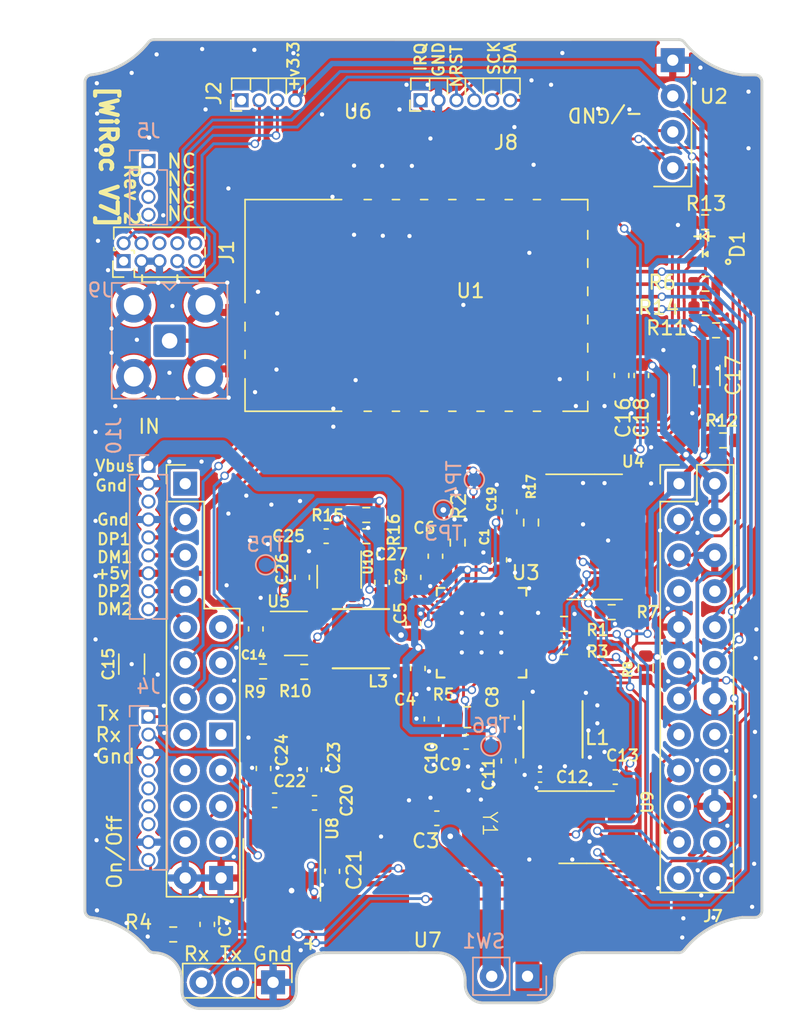
<source format=kicad_pcb>
(kicad_pcb (version 20221018) (generator pcbnew)
  (layers (0 "F.Cu" signal) (1 "In1.Cu" signal) (2 "In2.Cu" signal) (31 "B.Cu" signal) (34 "B.Paste" user) (35 "F.Paste" user) (36 "B.SilkS" user "B.Silkscreen") (37 "F.SilkS" user "F.Silkscreen") (38 "B.Mask" user) (39 "F.Mask" user) (44 "Edge.Cuts" user))
  (net 0 "")
  (net 1 "GND")
  (net 2 "IPSOUT")
  (net 3 "BAT")
  (net 4 "VBUS")
  (net 5 "Net-(U3-VREF)")
  (net 6 "PWRON")
  (net 7 "Net-(U3-CHSENCE)")
  (net 8 "Net-(U9-OSCI)")
  (net 9 "VDD_5V")
  (net 10 "SYS_3.3V")
  (net 11 "Net-(D1-A1)")
  (net 12 "Net-(D1-K1)")
  (net 13 "Net-(D1-K2)")
  (net 14 "Net-(D1-A2)")
  (net 15 "USBHost-DM1")
  (net 16 "USBHost-DP1")
  (net 17 "SDA")
  (net 18 "SCK")
  (net 19 "UART1_TX")
  (net 20 "UART1_RX")
  (net 21 "LORAAUX")
  (net 22 "LORAEN")
  (net 23 "IRQ")
  (net 24 "N_VBUSEN")
  (net 25 "LDO1")
  (net 26 "SRR_IRQ")
  (net 27 "EXTEN")
  (net 28 "Net-(J6-Pin_2)")
  (net 29 "SRR_NRST")
  (net 30 "Net-(J6-Pin_3)")
  (net 40 "Net-(J9-In)")
  (net 41 "Net-(U3-LX1)")
  (net 42 "Net-(U3-BIAS)")
  (net 43 "Net-(U4A-~{R})")
  (net 44 "Net-(U1-VCC)")
  (net 45 "Net-(U10-OUT)")
  (net 46 "Net-(U5-ISET)")
  (net 47 "Net-(SW1-A)")
  (net 62 "LORARS")
  (net 63 "LORAMO")
  (net 69 "USBHost-DP2")
  (net 70 "USBHost-DM2")
  (net 73 "UART2_TX")
  (net 74 "UART2_RX")
  (net 84 "Net-(U8-C1+)")
  (net 85 "Net-(U8-C1-)")
  (net 86 "Net-(U8-C2+)")
  (net 87 "Net-(U8-C2-)")
  (net 88 "Net-(U8-VS+)")
  (net 89 "Net-(U8-VS-)")
  (net 90 "Net-(J4-Pin_2)")
  (net 96 "Net-(U10-LX)")
  (net 97 "N_OE")
  (net 98 "Net-(U4A-~{Q})")
  (net 99 "Net-(U10-FB)")
  (net 104 "Net-(U4A-C)")
  (net 108 "Net-(U9-OSCO)")
  (net 110 "VINT")
  (net 118 "ToPWRBTN")
  (net 119 "Net-(J4-Pin_1)")
  (net 123 "Net-(J1-Pin_2)")
  (net 124 "Net-(J1-Pin_4)")
  (net 126 "Net-(J1-Pin_7)")
  (net 128 "Net-(J1-Pin_9)")
  (footprint "Package_TO_SOT_SMD:SOT-23-5" (layer "F.Cu") (at 61.4587 88.8796)
    (fp_text reference "U5")
    (fp_text value "SY6280")
  )
  (footprint "Capacitor_SMD:C_0603_1608Metric" (layer "F.Cu") (at 55.17 109.4934 -90)
    (fp_text reference "C7")
    (fp_text value "100pF")
  )
  (footprint "Capacitor_SMD:C_0603_1608Metric" (layer "F.Cu") (at 58.61353 88.56032 -90)
    (fp_text reference "C14")
    (fp_text value "10uF")
  )
  (footprint "Resistor_SMD:R_0603_1608Metric" (layer "F.Cu") (at 59.1274 91.572)
    (fp_text reference "R9")
    (fp_text value "3.6K-1%")
  )
  (footprint "Capacitor_SMD:C_1206_3216Metric" (layer "F.Cu") (at 49.812 91.053 90)
    (fp_text reference "C15")
    (fp_text value "47uF")
  )
  (footprint "Resistor_SMD:R_0603_1608Metric" (layer "F.Cu") (at 52.757 110.2046)
    (fp_text reference "R4")
    (fp_text value "24K-1%")
  )
  (footprint "WiRoc:DRF1268DS" (layer "F.Cu") (at 70 65.6352 90)
    (fp_text reference "U1")
    (fp_text value "DRF1268DS")
  )
  (footprint "WiRoc:BatteryPad" (layer "F.Cu") (at 65.48 48.9 90)
    (fp_text reference "U6")
    (fp_text value "BatteryPadM")
  )
  (footprint "WiRoc:BatteryPad" (layer "F.Cu") (at 66.48 109.4 90)
    (fp_text reference "U7")
    (fp_text value "BatteryPadP")
  )
  (footprint "WiRoc:Pin_Header_Straight_1x03_Pitch2.54mm" (layer "F.Cu") (at 59.84 113.6 -90)
    (fp_text reference "J6" hide)
    (fp_text value "HAT_Conn_DBG")
  )
  (footprint "Resistor_SMD:R_0603_1608Metric" (layer "F.Cu") (at 62.0484 91.5974 180)
    (fp_text reference "R10")
    (fp_text value "100K-1%")
  )
  (footprint "Resistor_SMD:R_0603_1608Metric" (layer "F.Cu") (at 91.75 75.2 180)
    (fp_text reference "R12")
    (fp_text value "10K")
  )
  (footprint "Resistor_SMD:R_0603_1608Metric" (layer "F.Cu") (at 80.4837 89.8399 180)
    (fp_text reference "R3")
    (fp_text value "200K-1%")
  )
  (footprint "Capacitor_SMD:C_0603_1608Metric" (layer "F.Cu") (at 71.0718 94.9392 90)
    (fp_text reference "C10")
    (fp_text value "4.7uF")
  )
  (footprint "WiRoc:qfn48_6x6mm_Pitch0.4mm" (layer "F.Cu") (at 74.6202 88.8264 180)
    (fp_text reference "U3")
    (fp_text value "AXP209")
  )
  (footprint "Resistor_SMD:R_0603_1608Metric" (layer "F.Cu") (at 72.926 82.4424 -90)
    (fp_text reference "R2")
    (fp_text value "200K-1%")
  )
  (footprint "Capacitor_SMD:C_0603_1608Metric" (layer "F.Cu") (at 69.7764 88.1828 90)
    (fp_text reference "C5")
    (fp_text value "10uF")
  )
  (footprint "Resistor_SMD:R_0603_1608Metric" (layer "F.Cu") (at 80.4717 88.2004 180)
    (fp_text reference "R1")
    (fp_text value "100K-1%")
  )
  (footprint "WiRoc:Inductor_SLW4018" (layer "F.Cu") (at 79.6824 95.6758 -90)
    (fp_text reference "L1")
    (fp_text value "2.2uH-DCR<0.1R-1.5A")
  )
  (footprint "Capacitor_SMD:C_0603_1608Metric" (layer "F.Cu") (at 70.1066 91.3578 -90)
    (fp_text reference "C4")
    (fp_text value "10uF")
  )
  (footprint "Capacitor_SMD:C_0603_1608Metric" (layer "F.Cu") (at 76.5328 97.911 90)
    (fp_text reference "C11")
    (fp_text value "4.7uF")
  )
  (footprint "Capacitor_SMD:C_0603_1608Metric" (layer "F.Cu") (at 73.5356 96.5648)
    (fp_text reference "C9")
    (fp_text value "1uF")
  )
  (footprint "Capacitor_SMD:C_0603_1608Metric" (layer "F.Cu") (at 75.89 83.67 90)
    (fp_text reference "C1")
    (fp_text value "4.7uF")
  )
  (footprint "Capacitor_SMD:C_0603_1608Metric" (layer "F.Cu") (at 71.3512 83.4076 90)
    (fp_text reference "C6")
    (fp_text value "1uF")
  )
  (footprint "Resistor_SMD:R_0805_2012Metric" (layer "F.Cu") (at 73.6118 94.8122 180)
    (fp_text reference "R5")
    (fp_text value "0R03")
  )
  (footprint "Capacitor_SMD:C_0603_1608Metric" (layer "F.Cu") (at 71.45 101.975 180)
    (fp_text reference "C3")
    (fp_text value "4.7uF")
  )
  (footprint "Resistor_SMD:R_0603_1608Metric" (layer "F.Cu") (at 91.25 67.4 180)
    (fp_text reference "R11")
    (fp_text value "10K")
  )
  (footprint "Capacitor_SMD:C_0603_1608Metric" (layer "F.Cu") (at 85.95 70.6 -90)
    (fp_text reference "C18")
    (fp_text value "4.7uF")
  )
  (footprint "Resistor_SMD:R_0603_1608Metric" (layer "F.Cu") (at 90.49774 64.0995 180)
    (fp_text reference "R6")
    (fp_text value "1K")
  )
  (footprint "Resistor_SMD:R_0603_1608Metric" (layer "F.Cu") (at 90.46726 59.7434 180)
    (fp_text reference "R13")
    (fp_text value "1K")
  )
  (footprint "Resistor_SMD:R_0603_1608Metric" (layer "F.Cu") (at 90.5079 65.82162 180)
    (fp_text reference "R14")
    (fp_text value "1K")
  )
  (footprint "WiRoc:LED_Dual_1.7_1.6" (layer "F.Cu") (at 90.50282 61.94558)
    (fp_text reference "D1")
    (fp_text value "LED_DUAL_ACCA")
  )
  (footprint "Capacitor_SMD:C_1206_3216Metric" (layer "F.Cu") (at 90.61 70.6 -90)
    (fp_text reference "C17")
    (fp_text value "47uF")
  )
  (footprint "Capacitor_SMD:C_0603_1608Metric" (layer "F.Cu") (at 84.55 70.6 -90)
    (fp_text reference "C16")
    (fp_text value "1uF")
  )
  (footprint "WiRoc:CONN_OLED_TWI-Socket_Strip_Straight_1x04_Pitch2.54mm" (layer "F.Cu") (at 88.178 48.26)
    (fp_text reference "U2")
    (fp_text value "OLED")
  )
  (footprint "Capacitor_SMD:C_0603_1608Metric" (layer "F.Cu") (at 69.8018 84.9062 90)
    (fp_text reference "C2")
    (fp_text value "1uF")
  )
  (footprint "Capacitor_SMD:C_0603_1608Metric" (layer "F.Cu") (at 76.4566 94.8376 90)
    (fp_text reference "C8")
    (fp_text value "4.7uF")
  )
  (footprint "WiRoc:NanoPiNeoAirAllPins" (layer "F.Cu") (at 72.39 92.24)
    (fp_text reference "J7")
    (fp_text value "NanoPIAir")
  )
  (footprint "Package_SO:TSSOP-16_4.4x5mm_P0.65mm" (layer "F.Cu") (at 60.461334 105.631229 -90)
    (fp_text reference "U8")
    (fp_text value "SP3232ECY-L")
  )
  (footprint "Capacitor_SMD:C_0402_1005Metric" (layer "F.Cu") (at 78.768 99.054 180)
    (fp_text reference "C12")
    (fp_text value "22pF")
  )
  (footprint "Connector_PinHeader_1.27mm:PinHeader_1x06_P1.27mm_Horizontal" (layer "F.Cu") (at 70.3 51.1 90)
    (fp_text reference "J8")
    (fp_text value "Conn_01x06")
  )
  (footprint "Capacitor_SMD:C_0603_1608Metric" (layer "F.Cu") (at 61.901 84.9062 90)
    (fp_text reference "C26")
    (fp_text value "22uF")
  )
  (footprint "Resistor_SMD:R_0603_1608Metric" (layer "F.Cu") (at 66.4476 81.9852)
    (fp_text reference "R16")
    (fp_text value "140kOhm")
  )
  (footprint "Connector_PinHeader_1.27mm:PinHeader_2x05_P1.27mm_Vertical" (layer "F.Cu") (at 49.24 62.5 90)
    (fp_text reference "J1")
    (fp_text value "Conn_02x05_Odd_Even")
  )
  (footprint "Capacitor_SMD:C_0603_1608Metric" (layer "F.Cu") (at 64.036505 105.7342 90)
    (fp_text reference "C21")
    (fp_text value "100nF")
  )
  (footprint "Package_SO:SOIC-8_3.9x4.9mm_P1.27mm" (layer "F.Cu") (at 82.07 102.61)
    (fp_text reference "U9")
    (fp_text value "PCF8563T")
  )
  (footprint "Capacitor_SMD:C_0603_1608Metric" (layer "F.Cu") (at 59.95 100.7 180)
    (fp_text reference "C22")
    (fp_text value "100nF")
  )
  (footprint "Resistor_SMD:R_0603_1608Metric" (layer "F.Cu") (at 66.4476 80.4866 180)
    (fp_text reference "R15")
    (fp_text value "470kOhm")
  )
  (footprint "Capacitor_SMD:C_0603_1608Metric" (layer "F.Cu") (at 62.779505 100.8828 180)
    (fp_text reference "C20")
    (fp_text value "100nF")
  )
  (footprint "WiRoc:SMD3215-2P" (layer "F.Cu") (at 77.052 102.376 -90)
    (fp_text reference "Y1")
    (fp_text value "32.768kHz")
  )
  (footprint "Resistor_SMD:R_0603_1608Metric" (layer "F.Cu") (at 78.133 81.02 90)
    (fp_text reference "R17")
    (fp_text value "200K-1%")
  )
  (footprint "Capacitor_SMD:C_0603_1608Metric" (layer "F.Cu") (at 84.102 99.054 180)
    (fp_text reference "C13")
    (fp_text value "1uF")
  )
  (footprint "WiRoc:Inductor_SLW4018" (layer "F.Cu") (at 66.068 89.2496 180)
    (fp_text reference "L3")
    (fp_text value "1.5uH")
  )
  (footprint "Package_SO:SOIC-14_3.9x8.7mm_P1.27mm" (layer "F.Cu") (at 82.643 82.036)
    (fp_text reference "U4")
    (fp_text value "74LS73")
  )
  (footprint "Resistor_SMD:R_0603_1608Metric" (layer "F.Cu") (at 83.848 87.37 180)
    (fp_text reference "R7")
    (fp_text value "200K-1%")
  )
  (footprint "Package_TO_SOT_SMD:TSOT-23-6" (layer "F.Cu") (at 64.5274 84.8609 -90)
    (fp_text reference "U10")
    (fp_text value "~")
  )
  (footprint "Resistor_SMD:R_0603_1608Metric" (layer "F.Cu") (at 86.261 91.307 -90)
    (fp_text reference "R8")
    (fp_text value "200K-1%")
  )
  (footprint "Connector_PinHeader_1.27mm:PinHeader_1x04_P1.27mm_Horizontal" (layer "F.Cu") (at 57.6 51.1 90)
    (fp_text reference "J2")
    (fp_text value "Conn_01x04")
  )
  (footprint "Capacitor_SMD:C_0603_1608Metric" (layer "F.Cu") (at 59.159705 98.4444 -90)
    (fp_text reference "C24")
    (fp_text value "100nF")
  )
  (footprint "Capacitor_SMD:C_0603_1608Metric" (layer "F.Cu") (at 63.6028 81.9852 180)
    (fp_text reference "C25")
    (fp_text value "1uF")
  )
  (footprint "Capacitor_SMD:C_0603_1608Metric" (layer "F.Cu") (at 67.5652 85.2618 90)
    (fp_text reference "C27")
    (fp_text value "22uF")
  )
  (footprint "Capacitor_SMD:C_0603_1608Metric" (layer "F.Cu") (at 62.761334 98.526629 -90)
    (fp_text reference "C23")
    (fp_text value "100nF")
  )
  (footprint "Capacitor_SMD:C_0603_1608Metric" (layer "F.Cu") (at 76.609 80.258 90)
    (fp_text reference "C19")
    (fp_text value "1uF")
  )
  (footprint "TestPoint:TestPoint_Pad_D1.0mm" (layer "B.Cu") (at 74.11 77.98 -90)
    (fp_text reference "TP4")
    (fp_text value "TEST")
  )
  (footprint "WiRoc:Pin_Header_Straight_1x02_Pitch2.54mm" (layer "B.Cu") (at 77.88 113.17 90)
    (fp_text reference "SW1")
    (fp_text value "SW_SPST")
  )
  (footprint "WiRoc:SMA_Amphenol_901-143_Horizontal" (layer "B.Cu") (at 52.5 68.1422 -90)
    (fp_text reference "J9")
    (fp_text value "Conn_Coaxial")
  )
  (footprint "TestPoint:TestPoint_Pad_D1.0mm" (layer "B.Cu") (at 71.91 80.131)
    (fp_text reference "TP3")
    (fp_text value "TEST")
  )
  (footprint "Connector_PinSocket_1.27mm:PinSocket_1x09_P1.27mm_Vertical" (layer "B.Cu") (at 51 76.995 180)
    (fp_text reference "J10")
    (fp_text value "Conn_01x09_Socket")
  )
  (footprint "Connector_PinSocket_1.27mm:PinSocket_1x09_P1.27mm_Vertical" (layer "B.Cu") (at 51 94.775 180)
    (fp_text reference "J4")
    (fp_text value "Conn_01x09_Socket")
  )
  (footprint "Connector_PinSocket_1.27mm:PinSocket_1x04_P1.27mm_Vertical" (layer "B.Cu") (at 51 55.405 180)
    (fp_text reference "J5")
    (fp_text value "Conn_01x04_Socket")
  )
  (footprint "TestPoint:TestPoint_Pad_D1.0mm" (layer "B.Cu") (at 75.2882 96.8442 180)
    (fp_text reference "TP6")
    (fp_text value "TEST")
  )
  (footprint "TestPoint:TestPoint_Pad_D1.0mm" (layer "B.Cu") (at 59.3116 84.0172 180)
    (fp_text reference "TP5")
    (fp_text value "TEST")
  )
  (gr_line (start 53.05 64) (end 53.05 63.5) (stroke (width 0.15)) (layer "F.SilkS"))
  (gr_line (start 50.55 63.5) (end 50.55 64) (stroke (width 0.15)) (layer "F.SilkS"))
  (gr_line (start 50.55 64) (end 53.05 64) (stroke (width 0.15)) (layer "F.SilkS"))
  (gr_arc (start 71.48 111.5) (mid 72.880071 112.079929) (end 73.46 113.48) (stroke (width 0.2)) (layer "Edge.Cuts"))
  (gr_arc (start 79.8 113.8) (mid 79.401575 114.686645) (end 78.5 115.05) (stroke (width 0.2)) (layer "Edge.Cuts"))
  (gr_arc (start 94.5 108.5) (mid 94.355488 108.855488) (end 94 109) (stroke (width 0.2)) (layer "Edge.Cuts"))
  (gr_arc (start 89 111.3) (mid 88.820075 111.451409) (end 88.59 111.5) (stroke (width 0.2)) (layer "Edge.Cuts"))
  (gr_arc (start 89 111.3) (mid 90.8249 109.748735) (end 93.1 109) (stroke (width 0.2)) (layer "Edge.Cuts"))
  (gr_arc (start 46.9 109) (mid 46.612651 108.832792) (end 46.5 108.52) (stroke (width 0.2)) (layer "Edge.Cuts"))
  (gr_arc (start 46.9 109) (mid 49.177185 109.745018) (end 51 111.3) (stroke (width 0.2)) (layer "Edge.Cuts"))
  (gr_arc (start 51.39 111.5) (mid 51.173279 111.442349) (end 51 111.3) (stroke (width 0.2)) (layer "Edge.Cuts"))
  (gr_arc (start 51 47) (mid 49.190104 48.548344) (end 46.93 49.3) (stroke (width 0.2)) (layer "Edge.Cuts"))
  (gr_arc (start 51 47) (mid 51.176592 46.853184) (end 51.4 46.8) (stroke (width 0.2)) (layer "Edge.Cuts"))
  (gr_arc (start 46.5 49.8) (mid 46.620398 49.468647) (end 46.93 49.3) (stroke (width 0.2)) (layer "Edge.Cuts"))
  (gr_line (start 94.5 49.8) (end 94.5 108.5) (stroke (width 0.2)) (layer "Edge.Cuts"))
  (gr_arc (start 93.11 49.3) (mid 90.82834 48.555034) (end 89 47) (stroke (width 0.2)) (layer "Edge.Cuts"))
  (gr_arc (start 88.6 46.8) (mid 88.823743 46.852524) (end 89 47) (stroke (width 0.2)) (layer "Edge.Cuts"))
  (gr_arc (start 94.03 49.3) (mid 94.366014 49.455056) (end 94.5 49.8) (stroke (width 0.2)) (layer "Edge.Cuts"))
  (gr_line (start 94.03 49.3) (end 93.11 49.3) (stroke (width 0.2)) (layer "Edge.Cuts"))
  (gr_line (start 53.37 113.48) (end 53.37 114.19) (stroke (width 0.2)) (layer "Edge.Cuts"))
  (gr_line (start 71.48 111.5) (end 63.4948 111.5) (stroke (width 0.2)) (layer "Edge.Cuts"))
  (gr_arc (start 79.8 113.5) (mid 80.385786 112.085786) (end 81.8 111.5) (stroke (width 0.2)) (layer "Edge.Cuts"))
  (gr_line (start 60.1948 115.45) (end 54.59 115.45) (stroke (width 0.2)) (layer "Edge.Cuts"))
  (gr_line (start 73.46 113.48) (end 73.46 113.79) (stroke (width 0.2)) (layer "Edge.Cuts"))
  (gr_line (start 94 109) (end 93.1 109) (stroke (width 0.2)) (layer "Edge.Cuts"))
  (gr_line (start 51.4 46.8) (end 88.6 46.8) (stroke (width 0.2)) (layer "Edge.Cuts"))
  (gr_line (start 81.8 111.5) (end 88.59 111.5) (stroke (width 0.2)) (layer "Edge.Cuts"))
  (gr_arc (start 51.39 111.5) (mid 52.790071 112.079929) (end 53.37 113.48) (stroke (width 0.2)) (layer "Edge.Cuts"))
  (gr_arc (start 61.4948 113.5) (mid 62.080586 112.085786) (end 63.4948 111.5) (stroke (width 0.2)) (layer "Edge.Cuts"))
  (gr_line (start 46.5 108.52) (end 46.5 49.8) (stroke (width 0.2)) (layer "Edge.Cuts"))
  (gr_line (start 61.4948 113.5) (end 61.4948 114.2) (stroke (width 0.2)) (layer "Edge.Cuts"))
  (gr_line (start 79.8 113.5) (end 79.8 113.8) (stroke (width 0.2)) (layer "Edge.Cuts"))
  (gr_arc (start 54.59 115.45) (mid 53.726412 115.065532) (end 53.37 114.19) (stroke (width 0.2)) (layer "Edge.Cuts"))
  (gr_arc (start 61.4948 114.2) (mid 61.096375 115.086645) (end 60.1948 115.45) (stroke (width 0.2)) (layer "Edge.Cuts"))
  (gr_line (start 78.5 115.05) (end 74.68 115.05) (stroke (width 0.2)) (layer "Edge.Cuts"))
  (gr_arc (start 74.68 115.05) (mid 73.816412 114.665532) (end 73.46 113.79) (stroke (width 0.2)) (layer "Edge.Cuts"))
  (gr_text "Rev 2" (at 49.812 57.779 270) (layer "F.SilkS") (effects (font (size 1 1) (thickness 0.2))))
  (gr_text "DP1" (at 47.272 82.671) (layer "F.SilkS") (effects (font (size 0.8 0.8)) (justify left bottom)))
  (gr_text "NC" (at 52.225 57.275) (layer "F.SilkS") (effects (font (size 1 1)) (justify left bottom)))
  (gr_text "IN" (at 50.193 74.797) (layer "F.SilkS") (effects (font (size 1 1)) (justify left bottom)))
  (gr_text "Vbus" (at 47.145 77.464) (layer "F.SilkS") (effects (font (size 0.8 0.8)) (justify left bottom)))
  (gr_text "NC" (at 52.225 58.5) (layer "F.SilkS") (effects (font (size 1 1)) (justify left bottom)))
  (gr_text "DM1" (at 47.272 83.941) (layer "F.SilkS") (effects (font (size 0.8 0.8)) (justify left bottom)))
  (gr_text "Gnd" (at 47.145 98.165) (layer "F.SilkS") (effects (font (size 1 1)) (justify left bottom)))
  (gr_text "IRQ" (at 70.767 49.143 90) (layer "F.SilkS") (effects (font (size 0.8 0.8)) (justify left bottom)))
  (gr_text "SDA" (at 77.117 49.397 90) (layer "F.SilkS") (effects (font (size 0.8 0.8)) (justify left bottom)))
  (gr_text "Gnd" (at 47.272 81.274) (layer "F.SilkS") (effects (font (size 0.8 0.8)) (justify left bottom)))
  (gr_text "GND" (at 72.037 49.524 90) (layer "F.SilkS") (effects (font (size 0.8 0.8)) (justify left bottom)))
  (gr_text "Rx" (at 47.145 96.641) (layer "F.SilkS") (effects (font (size 1 1)) (justify left bottom)))
  (gr_text "[WiRoc V7]" (at 48.161 55.112 -90) (layer "F.SilkS") (effects (font (size 1.2 1.2) (thickness 0.3))))
  (gr_text "DM2" (at 47.272 87.624) (layer "F.SilkS") (effects (font (size 0.8 0.8)) (justify left bottom)))
  (gr_text "+v3.3" (at 61.75 50.54 90) (layer "F.SilkS") (effects (font (size 0.8 0.8)) (justify left bottom)))
  (gr_text "+5v" (at 47.145 85.084) (layer "F.SilkS") (effects (font (size 0.8 0.8)) (justify left bottom)))
  (gr_text "-/GND" (at 86.158 51.556 180) (layer "F.SilkS") (effects (font (size 1 1)) (justify left bottom)))
  (gr_text "NC" (at 52.225 56.001) (layer "F.SilkS") (effects (font (size 1 1)) (justify left bottom)))
  (gr_text "DP2" (at 47.272 86.354) (layer "F.SilkS") (effects (font (size 0.8 0.8)) (justify left bottom)))
  (gr_text "SCK" (at 75.974 49.397 90) (layer "F.SilkS") (effects (font (size 0.8 0.8)) (justify left bottom)))
  (gr_text "Rx Tx Gnd" (at 53.4 112.175) (layer "F.SilkS") (effects (font (size 1 1)) (justify left bottom)))
  (gr_text "On/Off" (at 49.177 107.055 90) (layer "F.SilkS") (effects (font (size 1 1)) (justify left bottom)))
  (gr_text "Gnd" (at 47.145 78.861) (layer "F.SilkS") (effects (font (size 0.8 0.8)) (justify left bottom)))
  (gr_text "NRST" (at 73.307 50.286 90) (layer "F.SilkS") (effects (font (size 0.8 0.8)) (justify left bottom)))
  (gr_text "Tx" (at 47.272 95.117) (layer "F.SilkS") (effects (font (size 1 1)) (justify left bottom)))
  (gr_text "+" (at 61.774 111.373) (layer "F.SilkS") (effects (font (size 1 1)) (justify left bottom)))
  (gr_text "NC" (at 52.225 59.725) (layer "F.SilkS") (effects (font (size 1 1)) (justify left bottom)))
  (segment (start 73.2202 85.9264) (end 73.2202 87.4264) (width 0.2032) (layer "F.Cu") (net 1))
  (segment (start 76.0202 91.7264) (end 76.0202 90.2264) (width 0.2032) (layer "F.Cu") (net 1))
  (segment (start 72.4202 91.0264) (end 73.2202 90.2264) (width 0.2032) (layer "F.Cu") (net 1))
  (segment (start 72.4202 91.6864) (end 72.4202 91.0264) (width 0.2032) (layer "F.Cu") (net 1))
  (segment (start 55.573 66.1352) (end 58.284 66.1352) (width 0.508) (layer "F.Cu") (net 1))
  (segment (start 55.587 70.1352) (end 55.04 70.6822) (width 0.508) (layer "F.Cu") (net 1))
  (segment (start 57.85 70.1352) (end 55.587 70.1352) (width 0.508) (layer "F.Cu") (net 1))
  (segment (start 72.2636 91.7264) (end 72.27409 91.7264) (width 0.508) (layer "F.Cu") (net 1))
  (segment (start 62.086334 106.663666) (end 62.45 106.3) (width 0.2032) (layer "F.Cu") (net 1))
  (segment (start 55.04 65.6022) (end 55.573 66.1352) (width 0.508) (layer "F.Cu") (net 1))
  (segment (start 70.17 91.8975) (end 72.0925 91.8975) (width 0.508) (layer "F.Cu") (net 1))
  (segment (start 62.086334 108.493729) (end 62.086334 106.663666) (width 0.2032) (layer "F.Cu") (net 1))
  (segment (start 70.18 91.8875) (end 70.17 91.8975) (width 0.508) (layer "F.Cu") (net 1))
  (segment (start 63.827305 106.3) (end 64.036505 106.5092) (width 0.2032) (layer "F.Cu") (net 1))
  (segment (start 62.45 106.3) (end 63.827305 106.3) (width 0.2032) (layer "F.Cu") (net 1))
  (segment (start 72.0925 91.8975) (end 72.2636 91.7264) (width 0.508) (layer "F.Cu") (net 1))
  (via (at 73.2202 88.8227) (size 0.4) (drill 0.3) (layers "F.Cu" "B.Cu") (net 1))
  (via (at 76.0202 90.2264) (size 0.4) (drill 0.3) (layers "F.Cu" "B.Cu") (net 1))
  (via (at 74.702468 87.508668) (size 0.4) (drill 0.3) (layers "F.Cu" "B.Cu") (net 1))
  (via (at 76.0202 88.8227) (size 0.4) (drill 0.3) (layers "F.Cu" "B.Cu") (net 1))
  (via (at 73.2202 90.2264) (size 0.4) (drill 0.3) (layers "F.Cu" "B.Cu") (net 1))
  (via (at 74.6202 88.8264) (size 0.4) (drill 0.3) (layers "F.Cu" "B.Cu") (net 1))
  (via (at 73.2202 87.4264) (size 0.4) (drill 0.3) (layers "F.Cu" "B.Cu") (net 1))
  (via (at 76.0202 87.4264) (size 0.4) (drill 0.3) (layers "F.Cu" "B.Cu") (net 1))
  (via (at 74.6202 90.2264) (size 0.4) (drill 0.3) (layers "F.Cu" "B.Cu") (net 1))
  (via (at 56.567 109.3918) (size 0.5) (drill 0.3) (layers "F.Cu" "B.Cu") (net 1))
  (via (at 57.94 79.115) (size 0.5) (drill 0.3) (layers "F.Cu" "B.Cu") (net 1))
  (via (at 65.69 70.93) (size 0.5) (drill 0.3) (layers "F.Cu" "B.Cu") (net 1))
  (via (at 56.91 107.85) (size 0.5) (drill 0.3) (layers "F.Cu" "B.Cu") (net 1))
  (via (at 67.57 55.75) (size 0.5) (drill 0.3) (layers "F.Cu" "B.Cu") (net 1))
  (via (at 73.4848 80.8168) (size 0.5) (drill 0.3) (layers "F.Cu" "B.Cu") (net 1))
  (via (at 77.3202 95.5742) (size 0.5) (drill 0.3) (layers "F.Cu" "B.Cu") (net 1))
  (via (at 82.197 95.752) (size 0.5) (drill 0.3) (layers "F.Cu" "B.Cu") (net 1))
  (via (at 52.05 59.25) (size 0.5) (drill 0.3) (layers "F.Cu" "B.Cu") (net 1))
  (via (at 79.55 50) (size 0.5) (drill 0.3) (layers "F.Cu" "B.Cu") (net 1))
  (via (at 89.69 69.971) (size 0.5) (drill 0.3) (layers "F.Cu" "B.Cu") (net 1))
  (via (at 92.35 105.3) (size 0.5) (drill 0.3) (layers "F.Cu" "B.Cu") (net 1))
  (via (at 56.59 64.02) (size 0.5) (drill 0.3) (layers "F.Cu" "B.Cu") (net 1))
  (via (at 52.49 70.41) (size 0.5) (drill 0.3) (layers "F.Cu" "B.Cu") (net 1))
  (via (at 49.812 91.053) (size 0.5) (drill 0.3) (layers "F.Cu" "B.Cu") (net 1))
  (via (at 83.34 97.276) (size 0.5) (drill 0.3) (layers "F.Cu" "B.Cu") (net 1))
  (via (at 91.0616 109.0108) (size 0.5) (drill 0.3) (layers "F.Cu" "B.Cu") (net 1))
  (via (at 49.45 109.4) (size 0.5) (drill 0.3) (layers "F.Cu" "B.Cu") (net 1))
  (via (at 61.7994 111.3222) (size 0.5) (drill 0.3) (layers "F.Cu" "B.Cu") (net 1))
  (via (at 89.9 97.86) (size 0.5) (drill 0.3) (layers "F.Cu" "B.Cu") (net 1))
  (via (at 56.67 80.385) (size 0.5) (drill 0.3) (layers "F.Cu" "B.Cu") (net 1))
  (via (at 85.245 72.257) (size 0.5) (drill 0.3) (layers "F.Cu" "B.Cu") (net 1))
  (via (at 70.3011 87.4716) (size 0.5) (drill 0.3) (layers "F.Cu" "B.Cu") (net 1))
  (via (at 64.11 74.23) (size 0.5) (drill 0.3) (layers "F.Cu" "B.Cu") (net 1))
  (via (at 58.35 98.4) (size 0.5) (drill 0.3) (layers "F.Cu" "B.Cu") (net 1))
  (via (at 48.38 67.27) (size 0.5) (drill 0.3) (layers "F.Cu" "B.Cu") (net 1))
  (via (at 78.159455 49.686033) (size 0.5) (drill 0.3) (layers "F.Cu" "B.Cu") (net 1))
  (via (at 63.303803 106.689494) (size 0.5) (drill 0.3) (layers "F.Cu" "B.Cu") (net 1))
  (via (at 90.198 107.436) (size 0.5) (drill 0.3) (layers "F.Cu" "B.Cu") (net 1))
  (via (at 73.66 98.31) (size 0.5) (drill 0.3) (layers "F.Cu" "B.Cu") (net 1))
  (via (at 48.1356 63.1384) (size 0.5) (drill 0.3) (layers "F.Cu" "B.Cu") (net 1))
  (via (at 54.67 107.48) (size 0.5) (drill 0.3) (layers "F.Cu" "B.Cu") (net 1))
  (via (at 70.005 93.1866) (size 0.5) (drill 0.3) (layers "F.Cu" "B.Cu") (net 1))
  (via (at 89.93 81.75) (size 0.5) (drill 0.3) (layers "F.Cu" "B.Cu") (net 1))
  (via (at 78.006 104.896) (size 0.5) (drill 0.3) (layers "F.Cu" "B.Cu") (net 1))
  (via (at 47.3228 103.5244) (size 0.5) (drill 0.3) (layers "F.Cu" "B.Cu") (net 1))
  (via (at 48.38 68.99) (size 0.5) (drill 0.3) (layers "F.Cu" "B.Cu") (net 1))
  (via (at 76.95 53) (size 0.5) (drill 0.3) (layers "F.Cu" "B.Cu") (net 1))
  (via (at 87.86 92.26) (size 0.5) (drill 0.3) (layers "F.Cu" "B.Cu") (net 1))
  (via (at 78.25 93.01) (size 0.5) (drill 0.3) (layers "F.Cu" "B.Cu") (net 1))
  (via (at 85.245 73.273) (size 0.5) (drill 0.3) (layers "F.Cu" "B.Cu") (net 1))
  (via (at 80.53 98.29) (size 0.5) (drill 0.3) (layers "F.Cu" "B.Cu") (net 1))
  (via (at 86.642 78.25) (size 0.5) (drill 0.3) (layers "F.Cu" "B.Cu") (net 1))
  (via (at 73.7 100) (size 0.5) (drill 0.3) (layers "F.Cu" "B.Cu") (net 1))
  (via (at 51.69 72.17) (size 0.5) (drill 0.3) (layers "F.Cu" "B.Cu") (net 1))
  (via (at 65.58 60.63) (size 0.5) (drill 0.3) (layers "F.Cu" "B.Cu") (net 1))
  (via (at 81.054 104.896) (size 0.5) (drill 0.3) (layers "F.Cu" "B.Cu") (net 1))
  (via (at 78.3108 55.6708) (size 0.5) (drill 0.3) (layers "F.Cu" "B.Cu") (net 1))
  (via (at 76.609 83.687) (size 0.5) (drill 0.3) (layers "F.Cu" "B.Cu") (net 1))
  (via (at 93.55 54.5) (size 0.5) (drill 0.3) (layers "F.Cu" "B.Cu") (net 1))
  (via (at 50.95 110.357) (size 0.5) (drill 0.3) (layers "F.Cu" "B.Cu") (net 1))
  (via (at 73.33 65.6) (size 0.5) (drill 0.3) (layers "F.Cu" "B.Cu") (net 1))
  (via (at 57.0764 92.2214) (size 0.5) (drill 0.3) (layers "F.Cu" "B.Cu") (net 1))
  (via (at 51.05 53.75) (size 0.5) (drill 0.3) (layers "F.Cu" "B.Cu") (net 1))
  (via (at 56.67 57.3472) (size 0.5) (drill 0.3) (layers "F.Cu" "B.Cu") (net 1))
  (via (at 52.1 94) (size 0.5) (drill 0.3) (layers "F.Cu" "B.Cu") (net 1))
  (via (at 72.82 78.85) (size 0.5) (drill 0.3) (layers "F.Cu" "B.Cu") (net 1))
  (via (at 87.2857 81.58) (size 0.5) (drill 0.3) (layers "F.Cu" "B.Cu") (net 1))
  (via (at 61.75 98.5) (size 0.5) (drill 0.3) (layers "F.Cu" "B.Cu") (net 1))
  (via (at 47.25 77.6) (size 0.5) (drill 0.3) (layers "F.Cu" "B.Cu") (net 1))
  (via (at 57.05 104.7) (size 0.5) (drill 0.3) (layers "F.Cu" "B.Cu") (net 1))
  (via (at 60.13 66.2) (size 0.5) (drill 0.3) (layers "F.Cu" "B.Cu") (net 1))
  (via (at 63.65 98.5) (size 0.5) (drill 0.3) (layers "F.Cu" "B.Cu") (net 1))
  (via (at 71 100.52) (size 0.5) (drill 0.3) (layers "F.Cu" "B.Cu") (net 1))
  (via (at 81.2151 87.497) (size 0.5) (drill 0.3) (layers "F.Cu" "B.Cu") (net 1))
  (via (at 54.81 47.47) (size 0.5) (drill 0.3) (layers "F.Cu" "B.Cu") (net 1))
  (via (at 81.816 78.22) (size 0.5) (drill 0.3) (layers "F.Cu" "B.Cu") (net 1))
  (via (at 52.125 95.925) (size 0.5) (drill 0.3) (layers "F.Cu" "B.Cu") (net 1))
  (via (at 56.543 85.465) (size 0.5) (drill 0.3) (layers "F.Cu" "B.Cu") (net 1))
  (via (at 69.475 100.7) (size 0.5) (drill 0.3) (layers "F.Cu" "B.Cu") (net 1))
  (via (at 54.765 76.702) (size 0.5) (drill 0.3) (layers "F.Cu" "B.Cu") (net 1))
  (via (at 82.275496 103.626) (size 0.5) (drill 0.3) (layers "F.Cu" "B.Cu") (net 1))
  (via (at 76.99 84.576) (size 0.5) (drill 0.3) (layers "F.Cu" "B.Cu") (net 1))
  (via (at 91.341 73.781) (size 0.5) (drill 0.3) (layers "F.Cu" "B.Cu") (net 1))
  (via (at 65.58 55.73) (size 0.5) (drill 0.3) (layers "F.Cu" "B.Cu") (net 1))
  (via (at 58.56 71.78) (size 0.5) (drill 0.3) (layers "F.Cu" "B.Cu") (net 1))
  (via (at 47.35 108.5) (size 0.5) (drill 0.3) (layers "F.Cu" "B.Cu") (net 1))
  (via (at 51.69 64.04) (size 0.5) (drill 0.3) (layers "F.Cu" "B.Cu") (net 1))
  (via (at 80.35 47.75) (size 0.5) (drill 0.3) (layers "F.Cu" "B.Cu") (net 1))
  (via (at 70.9956 53.8079) (size 0.5) (drill 0.3) (layers "F.Cu" "B.Cu") (net 1))
  (via (at 60.15 98.4) (size 0.5) (drill 0.3) (layers "F.Cu" "B.Cu") (net 1))
  (via (at 57.2288 89.8846) (size 0.5) (drill 0.3) (layers "F.Cu" "B.Cu") (net 1))
  (via (at 70.894 91.561) (size 0.5) (drill 0.3) (layers "F.Cu" "B.Cu") (net 1))
  (via (at 47.25 84.8) (size 0.5) (drill 0.3) (layers "F.Cu" "B.Cu") (net 1))
  (via (at 75.466 99.562) (size 0.5) (drill 0.3) (layers "F.Cu" "B.Cu") (net 1))
  (via (at 78.514 99.816) (size 0.5) (drill 0.3) (layers "F.Cu" "B.Cu") (net 1))
  (via (at 66.576 81.401) (size 0.5) (drill 0.3) (layers "F.Cu" "B.Cu") (net 1))
  (via (at 67.62 60.7) (size 0.5) (drill 0.3) (layers "F.Cu" "B.Cu") (net 1))
  (via (at 87.15 106.928) (size 0.5) (drill 0.3) (layers "F.Cu" "B.Cu") (net 1))
  (via (at 61.75 79.496) (size 0.5) (drill 0.3) (layers "F.Cu" "B.Cu") (net 1))
  (via (at 52.7 65.68) (size 0.5) (drill 0.3) (layers "F.Cu" "B.Cu") (net 1))
  (via (at 94.008 95.8536) (size 0.5) (drill 0.3) (layers "F.Cu" "B.Cu") (net 1))
  (via (at 87.831395 87.121389) (size 0.5) (drill 0.3) (layers "F.Cu" "B.Cu") (net 1))
  (via (at 58.956 86.354) (size 0.5) (drill 0.3) (layers "F.Cu" "B.Cu") (net 1))
  (via (at 77.99 85.68) (size 0.5) (drill 0.3) (layers "F.Cu" "B.Cu") (net 1))
  (via (at 91.972697 97.192697) (size 0.5) (drill 0.3) (layers "F.Cu" "B.Cu") (net 1))
  (via (at 82.89 51.7) (size 0.5) (drill 0.3) (layers "F.Cu" "B.Cu") (net 1))
  (via (at 89.88761 79.67761) (size 0.5) (drill 0.3) (layers "F.Cu" "B.Cu") (net 1))
  (via (at 75.7 78.34) (size 0.5) (drill 0.3) (layers "F.Cu" "B.Cu") (net 1))
  (via (at 86.642 75.686) (size 0.5) (drill 0.3) (layers "F.Cu" "B.Cu") (net 1))
  (via (at 47.36 52.04) (size 0.5) (drill 0.3) (layers "F.Cu" "B.Cu") (net 1))
  (via (at 58.77 64.67) (size 0.5) (drill 0.3) (layers "F.Cu" "B.Cu") (net 1))
  (via (at 51.66 91.79) (size 0.5) (drill 0.3) (layers "F.Cu" "B.Cu") (net 1))
  (via (at 78.768 98.35) (size 0.5) (drill 0.3) (layers "F.Cu" "B.Cu") (net 1))
  (via (at 58.194 82.29) (size 0.5) (drill 0.3) (layers "F.Cu" "B.Cu") (net 1))
  (via (at 93.95 105.2) (size 0.5) (drill 0.3) (layers "F.Cu" "B.Cu") (net 1))
  (via (at 56.69 72.17) (size 0.5) (drill 0.3) (layers "F.Cu" "B.Cu") (net 1))
  (via (at 53.07 72.22) (size 0.5) (drill 0.3) (layers "F.Cu" "B.Cu") (net 1))
  (via (at 74.575 100.65) (size 0.5) (drill 0.3) (layers "F.Cu" "B.Cu") (net 1))
  (via (at 82.197 89.91) (size 0.5) (drill 0.3) (layers "F.Cu" "B.Cu") (net 1))
  (via (at 67.338 83.56) (size 0.5) (drill 0.3) (layers "F.Cu" "B.Cu") (net 1))
  (via (at 47.25 80.9) (size 0.5) (drill 0.3) (layers "F.Cu" "B.Cu") (net 1))
  (via (at 52.479 76.702) (size 0.5) (drill 0.3) (layers "F.Cu" "B.Cu") (net 1))
  (via (at 93.8048 108.2488) (size 0.5) (drill 0.3) (layers "F.Cu" "B.Cu") (net 1))
  (via (at 80.165 70.86) (size 0.5) (drill 0.3) (layers "F.Cu" "B.Cu") (net 1))
  (via (at 64.11 72.95) (size 0.5) (drill 0.3) (layers "F.Cu" "B.Cu") (net 1))
  (via (at 88.928 109.0616) (size 0.5) (drill 0.3) (layers "F.Cu" "B.Cu") (net 1))
  (via (at 51.58 47.85) (size 0.5) (drill 0.3) (layers "F.Cu" "B.Cu") (net 1))
  (via (at 50.18 68.07) (size 0.5) (drill 0.3) (layers "F.Cu" "B.Cu") (net 1))
  (via (at 74.75 83.14) (size 0.5) (drill 0.3) (layers "F.Cu" "B.Cu") (net 1))
  (via (at 63.31 52.1) (size 0.5) (drill 0.3) (layers "F.Cu" "B.Cu") (net 1))
  (via (at 58.0924 96.26) (size 0.5) (drill 0.3) (layers "F.Cu" "B.Cu") (net 1))
  (via (at 70.981963 85.527563) (size 0.5) (drill 0.3) (layers "F.Cu" "B.Cu") (net 1))
  (via (at 69.3 50) (size 0.5) (drill 0.3) (layers "F.Cu" "B.Cu") (net 1))
  (via (at 47.272 97.4792) (size 0.5) (drill 0.3) (layers "F.Cu" "B.Cu") (net 1))
  (via (at 47.4244 61.0556) (size 0.5) (drill 0.3) (layers "F.Cu" "B.Cu") (net 1))
  (via (at 69.51 60.72) (size 0.5) (drill 0.3) (layers "F.Cu" "B.Cu") (net 1))
  (via (at 93.55 50.4892) (size 0.5) (drill 0.3) (layers "F.Cu" "B.Cu") (net 1))
  (via (at 58.51 47.53) (size 0.5) (drill 0.3) (layers "F.Cu" "B.Cu") (net 1))
  (via (at 68.481 91.8912) (size 0.5) (drill 0.3) (layers "F.Cu" "B.Cu") (net 1))
  (via (at 61.28 47.76) (size 0.5) (drill 0.3) (layers "F.Cu" "B.Cu") (net 1))
  (via (at 68.8 51.75) (size 0.5) (drill 0.3) (layers "F.Cu" "B.Cu") (net 1))
  (via (at 78.63 87.42) (size 0.5) (drill 0.3) (layers "F.Cu" "B.Cu") (net 1))
  (via (at 61.15 107.1) (size 0.6) (drill 0.4) (layers "F.Cu" "B.Cu") (net 1))
  (via (at 87.5142 68.8) (size 0.5) (drill 0.3) (layers "F.Cu" "B.Cu") (net 1))
  (via (at 60.08 70.18) (size 0.5) (drill 0.3) (layers "F.Cu" "B.Cu") (net 1))
  (via (at 77.6758 98.9016) (size 0.5) (drill 0.3) (layers "F.Cu" "B.Cu") (net 1))
  (via (at 71.1226 96.8696) (size 0.5) (drill 0.3) (layers "F.Cu" "B.Cu") (net 1))
  (via (at 88.85 110.42) (size 0.5) (drill 0.3) (layers "F.Cu" "B.Cu") (net 1))
  (via (at 69.68 55.75) (size 0.5) (drill 0.3) (layers "F.Cu" "B.Cu") (net 1))
  (via (at 89.944 105.658) (size 0.5) (drill 0.3) (layers "F.Cu" "B.Cu") (net 1))
  (via (at 88.547 59.938) (size 0.5) (drill 0.3) (layers "F.Cu" "B.Cu") (net 1))
  (via (at 74.63 98.53) (size 0.5) (drill 0.3) (layers "F.Cu" "B.Cu") (net 1))
  (via (at 92.05 102.5) (size 0.5) (drill 0.3) (layers "F.Cu" "B.Cu") (net 1))
  (via (at 89.563 73.273) (size 0.5) (drill 0.3) (layers "F.Cu" "B.Cu") (net 1))
  (via (at 70.005 94.9138) (size 0.5) (drill 0.3) (layers "F.Cu" "B.Cu") (net 1))
  (via (at 62.385 83.052) (size 0.5) (drill 0.3) (layers "F.Cu" "B.Cu") (net 1))
  (via (at 90.14 48.79) (size 0.5) (drill 0.3) (layers "F.Cu" "B.Cu") (net 1))
  (via (at 67.493283 103.2686) (size 0.5) (drill 0.3) (layers "F.Cu" "B.Cu") (net 1))
  (via (at 91.341 70.098) (size 0.5) (drill 0.3) (layers "F.Cu" "B.Cu") (net 1))
  (via (at 72.701 80.7914) (size 0.5) (drill 0.3) (layers "F.Cu" "B.Cu") (net 1))
  (via (at 84.080996 88.19833) (size 0.5) (drill 0.3) (layers "F.Cu" "B.Cu") (net 1))
  (via (at 89.72 49.87) (size 0.5) (drill 0.3) (layers "F.Cu" "B.Cu") (net 1))
  (via (at 83.34 78.226) (size 0.5) (drill 0.3) (layers "F.Cu" "B.Cu") (net 1))
  (via (at 94.0588 90.6212) (size 0.5) (drill 0.3) (layers "F.Cu" "B.Cu") (net 1))
  (via (at 70.8686 92.8056) (size 0.5) (drill 0.3) (layers "F.Cu" "B.Cu") (net 1))
  (via (at 64.05 57.94) (size 0.5) (drill 0.3) (layers "F.Cu" "B.Cu") (net 1))
  (via (at 59.464 82.544) (size 0.5) (drill 0.3) (layers "F.Cu" "B.Cu") (net 1))
  (via (at 82.0192 93.085) (size 0.5) (drill 0.3) (layers "F.Cu" "B.Cu") (net 1))
  (via (at 81.816 81.147) (size 0.5) (drill 0.3) (layers "F.Cu" "B.Cu") (net 1))
  (via (at 82.832 93.974) (size 0.5) (drill 0.3) (layers "F.Cu" "B.Cu") (net 1))
  (via (at 81.308 72.765) (size 0.5) (drill 0.3) (layers "F.Cu" "B.Cu") (net 1))
  (via (at 47.25 74.6) (size 0.5) (drill 0.3) (layers "F.Cu" "B.Cu") (net 1))
  (via (at 55.05 51.75) (size 0.5) (drill 0.3) (layers "F.Cu" "B.Cu") (net 1))
  (via (at 71.2242 98.1904) (size 0.5) (drill 0.3) (layers "F.Cu" "B.Cu") (net 1))
  (via (at 83.594 82.29) (size 0.5) (drill 0.3) (layers "F.Cu" "B.Cu") (net 1))
  (via (at 94.008 100.4256) (size 0.5) (drill 0.3) (layers "F.Cu" "B.Cu") (net 1))
  (via (at 70.8 50) (size 0.5) (drill 0.3) (layers "F.Cu" "B.Cu") (net 1))
  (via (at 47.3 54.625) (size 0.5) (drill 0.3) (layers "F.Cu" "B.Cu") (net 1))
  (via (at 77.625 78.48) (size 0.5) (drill 0.3) (layers "F.Cu" "B.Cu") (net 1))
  (via (at 82.832 95.244) (size 0.5) (drill 0.3) (layers "F.Cu" "B.Cu") (net 1))
  (via (at 82.2986 97.657) (size 0.5) (drill 0.3) (layers "F.Cu" "B.Cu") (net 1))
  (via (at 85.1 51.75) (size 0.5) (drill 0.3) (layers "F.Cu" "B.Cu") (net 1))
  (via (at 67.338 82.925) (size 0.5) (drill 0.3) (layers "F.Cu" "B.Cu") (net 1))
  (via (at 94.1096 88.5892) (size 0.5) (drill 0.3) (layers "F.Cu" "B.Cu") (net 1))
  (via (at 78.01 61.91) (size 0.5) (drill 0.3) (layers "F.Cu" "B.Cu") (net 1))
  (via (at 82.324 99.562) (size 0.5) (drill 0.3) (layers "F.Cu" "B.Cu") (net 1))
  (via (at 83.34 72.765) (size 0.5) (drill 0.3) (layers "F.Cu" "B.Cu") (net 1))
  (via (at 47.34 49.89) (size 0.5) (drill 0.3) (layers "F.Cu" "B.Cu") (net 1))
  (via (at 47.25 89.3) (size 0.5) (drill 0.3) (layers "F.Cu" "B.Cu") (net 1))
  (via (at 53.11 63.96) (size 0.5) (drill 0.3) (layers "F.Cu" "B.Cu") (net 1))
  (via (at 65.55 51.75) (size 0.5) (drill 0.3) (layers "F.Cu" "B.Cu") (net 1))
  (via (at 49.81 49.16) (size 0.5) (drill 0.3) (layers "F.Cu" "B.Cu") (net 1))
  (via (at 59.718 79.75) (size 0.5) (drill 0.3) (layers "F.Cu" "B.Cu") (net 1))
  (via (at 86.769 72.003) (size 0.5) (drill 0.3) (layers "F.Cu" "B.Cu") (net 1))
  (via (at 48.65 72.77) (size 0.5) (drill 0.3) (layers "F.Cu" "B.Cu") (net 1))
  (segment (start 71.7602 90.6264) (end 70.8387 90.6264) (width 0.2032) (layer "F.Cu") (net 2))
  (segment (start 71.7602 90.2264) (end 70.4387 90.2264) (width 0.2032) (layer "F.Cu") (net 2))
  (segment (start 70.8387 90.6264) (end 70.4387 90.2264) (width 0.2032) (layer "F.Cu") (net 2))
  (segment (start 73.6202 84.3702) (end 73.6202 85.09) (width 0.381) (layer "F.Cu") (net 2))
  (segment (start 75.4152 95.752) (end 75.4152 94.9364) (width 0.254) (layer "F.Cu") (net 2))
  (segment (start 66.6776 85.769802) (end 67.298202 85.769802) (width 0.2032) (layer "F.Cu") (net 2))
  (segment (start 75.89 84.4575) (end 76.8202 85.3877) (width 0.254) (layer "F.Cu") (net 2))
  (segment (start 67.298202 85.769802) (end 67.5652 86.0368) (width 0.2032) (layer "F.Cu") (net 2))
  (segment (start 74.82 84.36) (end 75.7925 84.36) (width 0.254) (layer "F.Cu") (net 2))
  (segment (start 75.2202 92.8302) (end 76.285 93.895) (width 0.2032) (layer "F.Cu") (net 2))
  (segment (start 75.7925 84.36) (end 75.89 84.4575) (width 0.254) (layer "F.Cu") (net 2))
  (segment (start 73.62 84.37) (end 73.6202 84.3702) (width 0.381) (layer "F.Cu") (net 2))
  (segment (start 73.34 93.5) (end 73.45 93.61) (width 0.2032) (layer "F.Cu") (net 2))
  (segment (start 73.6202 91.7264) (end 73.6202 92.2796) (width 0.2032) (layer "F.Cu") (net 2))
  (segment (start 75.2202 91.7264) (end 75.2202 92.8302) (width 0.2032) (layer "F.Cu") (net 2))
  (segment (start 73.34 92.5598) (end 73.34 93.5) (width 0.2032) (layer "F.Cu") (net 2))
  (segment (start 75.4152 94.9364) (end 76.4566 93.895) (width 0.254) (layer "F.Cu") (net 2))
  (segment (start 73.6202 85.9264) (end 73.6202 84.92) (width 0.2032) (layer "F.Cu") (net 2))
  (segment (start 76.285 93.895) (end 76.4566 93.895) (width 0.2032) (layer "F.Cu") (net 2))
  (segment (start 73.6202 92.2796) (end 73.34 92.5598) (width 0.2032) (layer "F.Cu") (net 2))
  (segment (start 64.2836 81.99) (end 64.2836 80.834) (width 0.2032) (layer "F.Cu") (net 2))
  (segment (start 76.8202 85.3877) (end 76.8202 85.9264) (width 0.2032) (layer "F.Cu") (net 2))
  (via (at 73.62 84.37) (size 0.6) (drill 0.4) (layers "F.Cu" "B.Cu") (net 2))
  (via (at 70.132 89.91) (size 0.6) (drill 0.4) (layers "F.Cu" "B.Cu") (net 2))
  (via (at 66.6776 85.769802) (size 0.6) (drill 0.4) (layers "F.Cu" "B.Cu") (net 2))
  (via (at 74.82 84.36) (size 0.6) (drill 0.4) (layers "F.Cu" "B.Cu") (net 2))
  (via (at 75.4152 95.752) (size 0.6) (drill 0.4) (layers "F.Cu" "B.Cu") (net 2))
  (via (at 73.45 93.61) (size 0.6) (drill 0.4) (layers "F.Cu" "B.Cu") (net 2))
  (via (at 64.3468 80.7708) (size 0.6) (drill 0.4) (layers "F.Cu" "B.Cu") (net 2))
  (segment (start 69.2684 90.7736) (end 70.132 89.91) (width 0.508) (layer "B.Cu") (net 2))
  (segment (start 73.131698 84.36) (end 70.895094 86.596604) (width 0.508) (layer "B.Cu") (net 2))
  (segment (start 70.895094 86.596604) (end 69.8573 86.596604) (width 0.508) (layer "B.Cu") (net 2))
  (segment (start 69.6066 87.759272) (end 69.878 88.030672) (width 0.508) (layer "B.Cu") (net 2))
  (segment (start 69.8573 86.596604) (end 69.6066 86.847304) (width 0.508) (layer "B.Cu") (net 2))
  (segment (start 75.4072 95.76) (end 73.38 95.76) (width 0.254) (layer "B.Cu") (net 2))
  (segment (start 73.45 93.61) (end 73.5356 93.6956) (width 0.2032) (layer "B.Cu") (net 2))
  (segment (start 64.8384 80.777) (end 66.6776 82.6162) (width 0.2032) (layer "B.Cu") (net 2))
  (segment (start 73.6202 84.36) (end 73.131698 84.36) (width 0.508) (layer "B.Cu") (net 2))
  (segment (start 75.2882 96.8442) (end 75.2882 95.879) (width 0.2032) (layer "B.Cu") (net 2))
  (segment (start 69.2684 95.371) (end 69.2684 90.7736) (width 0.508) (layer "B.Cu") (net 2))
  (segment (start 66.6776 82.6162) (end 66.6776 85.769802) (width 0.2032) (layer "B.Cu") (net 2))
  (segment (start 73.5356 95.6044) (end 73.38 95.76) (width 0.2032) (layer "B.Cu") (net 2))
  (segment (start 74.81 84.37) (end 74.82 84.36) (width 0.254) (layer "B.Cu") (net 2))
  (segment (start 69.878 88.030672) (end 69.878 89.656) (width 0.508) (layer "B.Cu") (net 2))
  (segment (start 75.2882 95.879) (end 75.4152 95.752) (width 0.2032) (layer "B.Cu") (net 2))
  (segment (start 73.5356 93.6956) (end 73.5356 95.6044) (width 0.2032) (layer "B.Cu") (net 2))
  (segment (start 69.878 89.656) (end 70.132 89.91) (width 0.508) (layer "B.Cu") (net 2))
  (segment (start 69.6066 86.847304) (end 69.6066 87.759272) (width 0.508) (layer "B.Cu") (net 2))
  (segment (start 64.3598 80.777) (end 64.8384 80.777) (width 0.2032) (layer "B.Cu") (net 2))
  (segment (start 73.62 84.37) (end 74.81 84.37) (width 0.254) (layer "B.Cu") (net 2))
  (segment (start 73.38 95.76) (end 69.6574 95.76) (width 0.508) (layer "B.Cu") (net 2))
  (segment (start 69.6574 95.76) (end 69.2684 95.371) (width 0.508) (layer "B.Cu") (net 2))
  (segment (start 75.4152 95.752) (end 75.4072 95.76) (width 0.254) (layer "B.Cu") (net 2))
  (segment (start 73.2202 91.7264) (end 73.2202 91.9764) (width 0.2032) (layer "F.Cu") (net 3))
  (segment (start 72.8202 91.6864) (end 73.2202 91.6864) (width 0.2032) (layer "F.Cu") (net 3))
  (segment (start 74.4202 91.7264) (end 74.4202 92.1798) (width 0.2032) (layer "F.Cu") (net 3))
  (segment (start 73.93211 92.66789) (end 73.93211 92.88) (width 0.2032) (layer "F.Cu") (net 3))
  (segment (start 74.4202 92.1798) (end 73.93211 92.66789) (width 0.2032) (layer "F.Cu") (net 3))
  (segment (start 72.4 98.17) (end 72.4 103.25) (width 1.3) (layer "F.Cu") (net 3))
  (via (at 73.93211 92.88) (size 0.6) (drill 0.4) (layers "F.Cu" "B.Cu") (net 3))
  (via (at 72.66 93.35) (size 0.6) (drill 0.4) (layers "F.Cu" "B.Cu") (net 3))
  (via (at 72.4 103.25) (size 0.6) (drill 0.4) (layers "F.Cu" "B.Cu") (net 3))
  (segment (start 75.34 106.294) (end 72.4 103.354) (width 1.3) (layer "B.Cu") (net 3))
  (segment (start 75.34 107.794) (end 75.34 106.294) (width 1.3) (layer "B.Cu") (net 3))
  (segment (start 73.13 92.88) (end 72.66 93.35) (width 0.2032) (layer "B.Cu") (net 3))
  (segment (start 72.4 103.354) (end 72.4 103.25) (width 1.3) (layer "B.Cu") (net 3))
  (segment (start 73.93211 92.88) (end 73.13 92.88) (width 0.2032) (layer "B.Cu") (net 3))
  (segment (start 75.34 113.17) (end 75.34 107.794) (width 1.3) (layer "B.Cu") (net 3))
  (segment (start 71.7202 89.0264) (end 69.845 89.0264) (width 0.2032) (layer "F.Cu") (net 4))
  (segment (start 69.845 89.0264) (end 69.7764 88.9578) (width 0.2032) (layer "F.Cu") (net 4))
  (via (at 68.9128 88.9956) (size 0.6) (drill 0.4) (layers "F.Cu" "B.Cu") (net 4))
  (segment (start 68.435499 78.866299) (end 68.435499 88.518299) (width 1) (layer "B.Cu") (net 4))
  (segment (start 52.164932 75.686) (end 51 76.850932) (width 1) (layer "B.Cu") (net 4))
  (segment (start 58.8522 78.3022) (end 67.8714 78.3022) (width 1) (layer "B.Cu") (net 4))
  (segment (start 68.435499 88.518299) (end 68.9128 88.9956) (width 1) (layer "B.Cu") (net 4))
  (segment (start 67.8714 78.3022) (end 68.435499 78.866299) (width 1) (layer "B.Cu") (net 4))
  (segment (start 56.236 75.686) (end 58.8522 78.3022) (width 1) (layer "B.Cu") (net 4))
  (segment (start 51 76.850932) (end 51 76.995) (width 1) (layer "B.Cu") (net 4))
  (segment (start 52.164932 75.686) (end 56.236 75.686) (width 1) (layer "B.Cu") (net 4))
  (segment (start 72.390399 85.9664) (end 71.3512 84.927201) (width 0.2032) (layer "F.Cu") (net 5))
  (segment (start 71.3512 84.927201) (end 71.3512 84.1826) (width 0.2032) (layer "F.Cu") (net 5))
  (segment (start 76.4202 92.1764) (end 76.6238 92.38) (width 0.2032) (layer "F.Cu") (net 6))
  (segment (start 83.962808 90.738118) (end 80.600228 90.738118) (width 0.2032) (layer "F.Cu") (net 6))
  (segment (start 78.84561 89.07279) (end 78.492 89.4264) (width 0.2032) (layer "F.Cu") (net 6))
  (segment (start 53.582 110.2046) (end 61.647 110.2046) (width 0.2032) (layer "F.Cu") (net 6))
  (segment (start 85.3466 105.7088) (end 86.261 104.7944) (width 0.2032) (layer "F.Cu") (net 6))
  (segment (start 76.4202 91.6864) (end 76.4202 92.1764) (width 0.2032) (layer "F.Cu") (net 6))
  (segment (start 80.46912 90.60701) (end 80.46912 89.415352) (width 0.2032) (layer "F.Cu") (net 6))
  (segment (start 86.261 93.771644) (end 85.155678 92.666322) (width 0.2032) (layer "F.Cu") (net 6))
  (segment (start 78.492 89.4264) (end 77.5202 89.4264) (width 0.2032) (layer "F.Cu") (net 6))
  (segment (start 86.261 104.7944) (end 86.261 93.771644) (width 0.2032) (layer "F.Cu") (net 6))
  (segment (start 80.600228 90.738118) (end 80.46912 90.60701) (width 0.2032) (layer "F.Cu") (net 6))
  (segment (start 84.155426 90.5455) (end 83.962808 90.738118) (width 0.2032) (layer "F.Cu") (net 6))
  (segment (start 68.7096 105.5231) (end 68.8953 105.7088) (width 0.2032) (layer "F.Cu") (net 6))
  (segment (start 68.8953 105.7088) (end 85.3466 105.7088) (width 0.2032) (layer "F.Cu") (net 6))
  (segment (start 80.46912 89.415352) (end 80.126558 89.07279) (width 0.2032) (layer "F.Cu") (net 6))
  (segment (start 76.6238 92.38) (end 85.060002 92.38) (width 0.2032) (layer "F.Cu") (net 6))
  (segment (start 80.126558 89.07279) (end 78.84561 89.07279) (width 0.2032) (layer "F.Cu") (net 6))
  (via (at 84.155426 90.5455) (size 0.6) (drill 0.4) (layers "F.Cu" "B.Cu") (net 6))
  (via (at 85.155678 92.666322) (size 0.6) (drill 0.4) (layers "F.Cu" "B.Cu") (net 6))
  (via (at 61.647 110.2046) (size 0.6) (drill 0.4) (layers "F.Cu" "B.Cu") (net 6))
  (via (at 68.7096 105.5231) (size 0.6) (drill 0.4) (layers "F.Cu" "B.Cu") (net 6))
  (segment (start 63.44785 110.2046) (end 61.647 110.2046) (width 0.2032) (layer "B.Cu") (net 6))
  (segment (start 85.12 91.510074) (end 85.12 92.52) (width 0.2032) (layer "B.Cu") (net 6))
  (segment (start 68.7096 105.5231) (end 68.12935 105.5231) (width 0.2032) (layer "B.Cu") (net 6))
  (segment (start 84.155426 90.5455) (end 85.12 91.510074) (width 0.2032) (layer "B.Cu") (net 6))
  (segment (start 68.12935 105.5231) (end 63.44785 110.2046) (width 0.2032) (layer "B.Cu") (net 6))
  (segment (start 73.9875 96.56) (end 74.42 96.9925) (width 1) (layer "F.Cu") (net 7))
  (segment (start 78.936157 97.243843) (end 79.05 97.13) (width 1) (layer "F.Cu") (net 7))
  (segment (start 75.911343 97.243843) (end 78.936157 97.243843) (width 1) (layer "F.Cu") (net 7))
  (segment (start 74.42 96.9925) (end 75.66 96.9925) (width 1) (layer "F.Cu") (net 7))
  (segment (start 75.66 96.9925) (end 75.911343 97.243843) (width 1) (layer "F.Cu") (net 7))
  (segment (start 79.595 99.401) (end 79.595 100.705) (width 0.381) (layer "F.Cu") (net 8))
  (segment (start 79.595 100.705) (end 77.473 100.705) (width 0.381) (layer "F.Cu") (net 8))
  (segment (start 79.248 99.054) (end 79.595 99.401) (width 0.381) (layer "F.Cu") (net 8))
  (segment (start 77.473 100.705) (end 77.052 101.126) (width 0.381) (layer "F.Cu") (net 8))
  (segment (start 89.12358 76.20416) (end 89.817 75.51074) (width 0.508) (layer "F.Cu") (net 9))
  (segment (start 58.71721 87.889) (end 58.61353 87.78532) (width 0.508) (layer "F.Cu") (net 9))
  (segment (start 60.3212 87.9296) (end 60.2806 87.889) (width 0.508) (layer "F.Cu") (net 9))
  (segment (start 86.497829 69.675) (end 86.728435 69.905606) (width 0.508) (layer "F.Cu") (net 9))
  (segment (start 55.146 80.032262) (end 56.444262 78.734) (width 0.508) (layer "F.Cu") (net 9))
  (segment (start 88.73655 76.59119) (end 58.587072 76.59119) (width 0.508) (layer "F.Cu") (net 9))
  (segment (start 58.587072 76.59119) (end 56.444262 78.734) (width 0.508) (layer "F.Cu") (net 9))
  (segment (start 82.1898 69.675) (end 85.05 69.675) (width 0.508) (layer "F.Cu") (net 9))
  (segment (start 57.59332 87.78532) (end 56.543 86.735) (width 0.508) (layer "F.Cu") (net 9))
  (segment (start 85.01 69.635) (end 85.05 69.675) (width 0.381) (layer "F.Cu") (net 9))
  (segment (start 55.146 86.227) (end 55.146 84.576) (width 0.508) (layer "F.Cu") (net 9))
  (segment (start 55.146 84.576) (end 55.146 80.032262) (width 0.508) (layer "F.Cu") (net 9))
  (segment (start 85.05 69.675) (end 86.497829 69.675) (width 0.508) (layer "F.Cu") (net 9))
  (segment (start 55.107 84.615) (end 55.146 84.576) (width 0.381) (layer "F.Cu") (net 9))
  (segment (start 56.543 86.735) (end 55.654 86.735) (width 0.508) (layer "F.Cu") (net 9))
  (segment (start 89.12358 76.20416) (end 88.73655 76.59119) (width 0.508) (layer "F.Cu") (net 9))
  (segment (start 60.2806 87.889) (end 58.71721 87.889) (width 0.508) (layer "F.Cu") (net 9))
  (segment (start 49.177 85.673) (end 50.235 84.615) (width 0.508) (layer "F.Cu") (net 9))
  (segment (start 52.86 84.615) (end 55.107 84.615) (width 0.381) (layer "F.Cu") (net 9))
  (segment (start 90.61 73.54) (end 90.61 72.075) (width 0.508) (layer "F.Cu") (net 9))
  (segment (start 89.817 74.333) (end 90.61 73.54) (width 0.508) (layer "F.Cu") (net 9))
  (segment (start 50.235 84.615) (end 52.86 84.615) (width 0.508) (layer "F.Cu") (net 9))
  (segment (start 85.03 69.695) (end 85.05 69.675) (width 0.381) (layer "F.Cu") (net 9))
  (segment (start 55.654 86.735) (end 55.146 86.227) (width 0.508) (layer "F.Cu") (net 9))
  (segment (start 49.812 89.578) (end 49.177 88.943) (width 0.508) (layer "F.Cu") (net 9))
  (segment (start 89.817 75.51074) (end 89.817 74.333) (width 0.508) (layer "F.Cu") (net 9))
  (segment (start 82.15 69.6352) (end 82.1898 69.675) (width 0.508) (layer "F.Cu") (net 9))
  (segment (start 49.177 88.943) (end 49.177 85.673) (width 0.508) (layer "F.Cu") (net 9))
  (segment (start 58.61353 87.78532) (end 57.59332 87.78532) (width 0.508) (layer "F.Cu") (net 9))
  (via (at 89.12358 76.20416) (size 0.6) (drill 0.4) (layers "F.Cu" "B.Cu") (net 9))
  (via (at 86.728435 69.905606) (size 0.6) (drill 0.4) (layers "F.Cu" "B.Cu") (net 9))
  (segment (start 89.12358 76.22858) (end 89.12358 76.20416) (width 0.508) (layer "B.Cu") (net 9))
  (segment (start 89.12358 76.20416) (end 87.531 74.61158) (width 0.508) (layer "B.Cu") (net 9))
  (segment (start 87.531 70.708171) (end 86.728435 69.905606) (width 0.508) (layer "B.Cu") (net 9))
  (segment (start 91.16 78.265) (end 91.16 80.805) (width 0.508) (layer "B.Cu") (net 9))
  (segment (start 87.531 74.61158) (end 87.531 70.708171) (width 0.508) (layer "B.Cu") (net 9))
  (segment (start 91.16 78.265) (end 89.12358 76.22858) (width 0.508) (layer "B.Cu") (net 9))
  (segment (start 90.070001 76.549999) (end 90.37 76.25) (width 0.381) (layer "F.Cu") (net 10))
  (segment (start 48.3463 61.6063) (end 49.24 62.5) (width 0.381) (layer "F.Cu") (net 10))
  (segment (start 90.925 75.695) (end 90.925 75.2) (width 0.381) (layer "F.Cu") (net 10))
  (segment (start 65.687805 106.6105) (end 64.036505 104.9592) (width 0.381) (layer "F.Cu") (net 10))
  (segment (start 90.37 76.25) (end 90.925 75.695) (width 0.381) (layer "F.Cu") (net 10))
  (segment (start 87.15 105.2008) (end 85.7403 106.6105) (width 0.381) (layer "F.Cu") (net 10))
  (segment (start 61.201495 50) (end 51.55 50) (width 0.381) (layer "F.Cu") (net 10))
  (segment (start 87.15 100.055) (end 87.15 105.2008) (width 0.381) (layer "F.Cu") (net 10))
  (segment (start 64.036505 104.9592) (end 63.660996 105.334709) (width 0.381) (layer "F.Cu") (net 10))
  (segment (start 61.41 51.1) (end 61.41 50.208505) (width 0.381) (layer "F.Cu") (net 10))
  (segment (start 51.55 50) (end 48.55 53) (width 0.381) (layer "F.Cu") (net 10))
  (segment (start 88.62 98.585) (end 87.15 100.055) (width 0.381) (layer "F.Cu") (net 10))
  (segment (start 48.55 53) (end 48.55 60.656117) (width 0.381) (layer "F.Cu") (net 10))
  (segment (start 48.3463 60.859817) (end 48.3463 61.6063) (width 0.381) (layer "F.Cu") (net 10))
  (segment (start 62.75 107.2) (end 62.75 108.480063) (width 0.381) (layer "F.Cu") (net 10))
  (segment (start 88.62 78.265) (end 88.62 78) (width 0.381) (layer "F.Cu") (net 10))
  (segment (start 62.75 108.480063) (end 62.736334 108.493729) (width 0.381) (layer "F.Cu") (net 10))
  (segment (start 61.41 50.208505) (end 61.201495 50) (width 0.381) (layer "F.Cu") (net 10))
  (segment (start 87.0187 90.482) (end 87.0817 90.545) (width 0.381) (layer "F.Cu") (net 10))
  (segment (start 86.261 90.482) (end 87.0187 90.482) (width 0.381) (layer "F.Cu") (net 10))
  (segment (start 48.55 60.656117) (end 48.3463 60.859817) (width 0.381) (layer "F.Cu") (net 10))
  (segment (start 63.660996 105.334709) (end 62.536224 105.334709) (width 0.381) (layer "F.Cu") (net 10))
  (segment (start 85.7403 106.6105) (end 65.687805 106.6105) (width 0.381) (layer "F.Cu") (net 10))
  (segment (start 88.62 78) (end 90.070001 76.549999) (width 0.381) (layer "F.Cu") (net 10))
  (segment (start 90.425 67.4) (end 90.012332 67.4) (width 0.381) (layer "F.Cu") (net 10))
  (via (at 89.65 67.3) (size 0.6) (drill 0.4) (layers "F.Cu" "B.Cu") (net 10))
  (via (at 87.0817 90.545) (size 0.6) (drill 0.4) (layers "F.Cu" "B.Cu") (net 10))
  (via (at 62.536224 105.334709) (size 0.6) (drill 0.4) (layers "F.Cu" "B.Cu") (net 10))
  (via (at 90.37 76.25) (size 0.6) (drill 0.4) (layers "F.Cu" "B.Cu") (net 10))
  (via (at 62.75 107.2) (size 0.6) (drill 0.4) (layers "F.Cu" "B.Cu") (net 10))
  (segment (start 88.62 98.585) (end 87.0817 97.0467) (width 0.381) (layer "B.Cu") (net 10))
  (segment (start 87.0817 97.0467) (end 87.0817 90.545) (width 0.381) (layer "B.Cu") (net 10))
  (segment (start 88.178 50.8) (end 90.245544 52.867544) (width 0.381) (layer "B.Cu") (net 10))
  (segment (start 87.0817 88.60666) (end 86.896 88.42096) (width 0.381) (layer "B.Cu") (net 10))
  (segment (start 86.642 85.992) (end 86.642 80.243) (width 0.381) (layer "B.Cu") (net 10))
  (segment (start 86.896 88.42096) (end 86.896 86.246) (width 0.381) (layer "B.Cu") (net 10))
  (segment (start 62.536224 106.986224) (end 62.75 107.2) (width 0.381) (layer "B.Cu") (net 10))
  (segment (start 64.01 48.5) (end 61.41 51.1) (width 0.381) (layer "B.Cu") (net 10))
  (segment (start 86.642 66.161) (end 87.277 66.796) (width 0.381) (layer "B.Cu") (net 10))
  (segment (start 88.178 50.8) (end 85.878 48.5) (width 0.381) (layer "B.Cu") (net 10))
  (segment (start 86.896 86.246) (end 86.642 85.992) (width 0.381) (layer "B.Cu") (net 10))
  (segment (start 87.15 62.478) (end 86.642 62.986) (width 0.381) (layer "B.Cu") (net 10))
  (segment (start 90.245544 52.867544) (end 90.245544 61.287456) (width 0.381) (layer "B.Cu") (net 10))
  (segment (start 89.146 66.796) (end 89.65 67.3) (width 0.381) (layer "B.Cu") (net 10))
  (segment (start 87.277 66.796) (end 89.146 66.796) (width 0.381) (layer "B.Cu") (net 10))
  (segment (start 89.055 62.478) (end 87.15 62.478) (width 0.381) (layer "B.Cu") (net 10))
  (segment (start 86.642 80.243) (end 88.62 78.265) (width 0.381) (layer "B.Cu") (net 10))
  (segment (start 86.642 62.986) (end 86.642 66.161) (width 0.381) (layer "B.Cu") (net 10))
  (segment (start 87.0817 90.545) (end 87.0817 88.60666) (width 0.381) (layer "B.Cu") (net 10))
  (segment (start 62.536224 105.334709) (end 62.536224 106.986224) (width 0.381) (layer "B.Cu") (net 10))
  (segment (start 90.245544 61.287456) (end 89.055 62.478) (width 0.381) (layer "B.Cu") (net 10))
  (segment (start 90.37 76.25) (end 90.37 68.02) (width 0.381) (layer "B.Cu") (net 10))
  (segment (start 85.878 48.5) (end 64.01 48.5) (width 0.381) (layer "B.Cu") (net 10))
  (segment (start 90.37 68.02) (end 89.65 67.3) (width 0.381) (layer "B.Cu") (net 10))
  (segment (start 91.30282 64.07958) (end 91.32274 64.0995) (width 0.381) (layer "F.Cu") (net 11))
  (segment (start 91.30282 62.53558) (end 91.30282 64.07958) (width 0.381) (layer "F.Cu") (net 11))
  (segment (start 91.3329 65.82162) (end 91.3329 64.10966) (width 0.381) (layer "F.Cu") (net 11))
  (segment (start 88.98064 65.332626) (end 88.98064 63.25776) (width 0.2032) (layer "F.Cu") (net 12))
  (segment (start 87.713076 74.9937) (end 88.9908 73.715976) (width 0.2032) (layer "F.Cu") (net 12))
  (segment (start 81.613076 75.4937) (end 82.113076 74.9937) (width 0.2032) (layer "F.Cu") (net 12))
  (segment (start 88.98064 63.25776) (end 89.70282 62.53558) (width 0.2032) (layer "F.Cu") (net 12))
  (segment (start 73.1085 75.4937) (end 81.613076 75.4937) (width 0.2032) (layer "F.Cu") (net 12))
  (segment (start 88.9908 73.715976) (end 88.9908 65.342786) (width 0.2032) (layer "F.Cu") (net 12))
  (segment (start 71.55 73.9352) (end 73.1085 75.4937) (width 0.2032) (layer "F.Cu") (net 12))
  (segment (start 82.113076 74.9937) (end 87.713076 74.9937) (width 0.2032) (layer "F.Cu") (net 12))
  (segment (start 88.9908 65.342786) (end 88.98064 65.332626) (width 0.2032) (layer "F.Cu") (net 12))
  (segment (start 71.55 73.1352) (end 71.55 73.9352) (width 0.2032) (layer "F.Cu") (net 12))
  (segment (start 89.43862 61.35558) (end 89.70282 61.35558) (width 0.2032) (layer "F.Cu") (net 13))
  (segment (start 88.58694 62.33146) (end 88.58694 66.45337) (width 0.2032) (layer "F.Cu") (net 13))
  (segment (start 88.5971 66.46353) (end 88.5971 73.5529) (width 0.2032) (layer "F.Cu") (net 13))
  (segment (start 73.55 73.9352) (end 73.55 73.1352) (width 0.2032) (layer "F.Cu") (net 13))
  (segment (start 81.35 75.1) (end 74.7148 75.1) (width 0.2032) (layer "F.Cu") (net 13))
  (segment (start 81.95 74.5) (end 81.35 75.1) (width 0.2032) (layer "F.Cu") (net 13))
  (segment (start 74.7148 75.1) (end 73.55 73.9352) (width 0.2032) (layer "F.Cu") (net 13))
  (segment (start 88.5971 73.5529) (end 87.65 74.5) (width 0.2032) (layer "F.Cu") (net 13))
  (segment (start 89.70282 61.35558) (end 89.56282 61.35558) (width 0.2032) (layer "F.Cu") (net 13))
  (segment (start 88.58694 66.45337) (end 88.5971 66.46353) (width 0.2032) (layer "F.Cu") (net 13))
  (segment (start 89.56282 61.35558) (end 88.58694 62.33146) (width 0.2032) (layer "F.Cu") (net 13))
  (segment (start 87.65 74.5) (end 81.95 74.5) (width 0.2032) (layer "F.Cu") (net 13))
  (segment (start 91.29226 59.7434) (end 91.29226 61.34502) (width 0.2032) (layer "F.Cu") (net 14))
  (segment (start 91.29226 61.34502) (end 91.30282 61.35558) (width 0.2032) (layer "F.Cu") (net 14))
  (segment (start 53.61 83.345) (end 51 83.345) (width 0.3) (layer "F.Cu") (net 15))
  (segment (start 53.583 80.805) (end 52.313 82.075) (width 0.3) (layer "F.Cu") (net 16))
  (segment (start 53.61 80.805) (end 53.583 80.805) (width 0.3) (layer "F.Cu") (net 16))
  (segment (start 52.313 82.075) (end 51 82.075) (width 0.3) (layer "F.Cu") (net 16))
  (segment (start 92.45 58.507) (end 89.823 55.88) (width 0.2032) (layer "F.Cu") (net 17))
  (segment (start 84.959422 91.592578) (end 85.372 91.18) (width 0.2032) (layer "F.Cu") (net 17))
  (segment (start 90.775826 92.196) (end 91.976 92.196) (width 0.2032) (layer "F.Cu") (net 17))
  (segment (start 85.626 88.207356) (end 86.896 86.937356) (width 0.2032) (layer "F.Cu") (net 17))
  (segment (start 77.5202 91.0264) (end 77.7702 91.0264) (width 0.2032) (layer "F.Cu") (net 17))
  (segment (start 91.75 74.4) (end 92.45 73.7) (width 0.2032) (layer "F.Cu") (net 17))
  (segment (start 89.823 55.88) (end 88.178 55.88) (width 0.2032) (layer "F.Cu") (net 17))
  (segment (start 77.7702 91.0264) (end 78.336378 91.592578) (width 0.2032) (layer "F.Cu") (net 17))
  (segment (start 86.896 86.937356) (end 86.896 84.254) (width 0.2032) (layer "F.Cu") (net 17))
  (segment (start 85.753 53.842) (end 80.092 53.842) (width 0.2032) (layer "F.Cu") (net 17))
  (segment (start 89.944 90.673826) (end 89.944 91.364174) (width 0.2032) (layer "F.Cu") (net 17))
  (segment (start 87.477899 83.672101) (end 87.477899 82.796791) (width 0.2032) (layer "F.Cu") (net 17))
  (segment (start 84.545 104.515) (end 82.959 104.515) (width 0.2032) (layer "F.Cu") (net 17))
  (segment (start 89.944 91.364174) (end 90.775826 92.196) (width 0.2032) (layer "F.Cu") (net 17))
  (segment (start 88.62 80.805) (end 89.526866 80.805) (width 0.2032) (layer "F.Cu") (net 17))
  (segment (start 89.526866 80.805) (end 90.831866 79.5) (width 0.2032) (layer "F.Cu") (net 17))
  (segment (start 85.372 91.18) (end 85.372 89.8211) (width 0.2032) (layer "F.Cu") (net 17))
  (segment (start 82.959 104.515) (end 82.832 104.388) (width 0.2032) (layer "F.Cu") (net 17))
  (segment (start 90.831866 79.5) (end 91.654067 79.5) (width 0.2032) (layer "F.Cu") (net 17))
  (segment (start 92.45 76.5) (end 91.75 75.8) (width 0.2032) (layer "F.Cu") (net 17))
  (segment (start 85.626 89.5671) (end 88.837274 89.5671) (width 0.2032) (layer "F.Cu") (net 17))
  (segment (start 87.477899 82.796791) (end 88.62 81.65469) (width 0.2032) (layer "F.Cu") (net 17))
  (segment (start 80.092 53.842) (end 77.35 51.1) (width 0.2032) (layer "F.Cu") (net 17))
  (segment (start 92.45 78.704067) (end 92.45 76.5) (width 0.2032) (layer "F.Cu") (net 17))
  (segment (start 91.75 75.8) (end 91.75 74.4) (width 0.2032) (layer "F.Cu") (net 17))
  (segment (start 85.372 89.8211) (end 85.626 89.5671) (width 0.2032) (layer "F.Cu") (net 17))
  (segment (start 92.45 73.7) (end 92.45 58.507) (width 0.2032) (layer "F.Cu") (net 17))
  (segment (start 85.626 89.5671) (end 85.626 88.207356) (width 0.2032) (layer "F.Cu") (net 17))
  (segment (start 88.62 81.65469) (end 88.62 80.805) (width 0.2032) (layer "F.Cu") (net 17))
  (segment (start 78.336378 91.592578) (end 84.959422 91.592578) (width 0.2032) (layer "F.Cu") (net 17))
  (segment (start 86.896 84.254) (end 87.477899 83.672101) (width 0.2032) (layer "F.Cu") (net 17))
  (segment (start 77.35 51.1) (end 76.65 51.1) (width 0.2032) (layer "F.Cu") (net 17))
  (segment (start 88.837274 89.5671) (end 89.944 90.673826) (width 0.2032) (layer "F.Cu") (net 17))
  (segment (start 91.654067 79.5) (end 92.45 78.704067) (width 0.2032) (layer "F.Cu") (net 17))
  (via (at 82.832 104.388) (size 0.6) (drill 0.4) (layers "F.Cu" "B.Cu") (net 17))
  (via (at 91.976 92.196) (size 0.6) (drill 0.4) (layers "F.Cu" "B.Cu") (net 17))
  (via (at 85.753 53.842) (size 0.6) (drill 0.4) (layers "F.Cu" "B.Cu") (net 17))
  (segment (start 93.35 93.2) (end 92.346 92.196) (width 0.2032) (layer "B.Cu") (net 17))
  (segment (start 86.14 53.842) (end 85.753 53.842) (width 0.2032) (layer "B.Cu") (net 17))
  (segment (start 88.178 55.88) (end 86.14 53.842) (width 0.2032) (layer "B.Cu") (net 17))
  (segment (start 82.832 104.388) (end 86.571147 108.127147) (width 0.2032) (layer "B.Cu") (net 17))
  (segment (start 92.346 92.196) (end 91.976 92.196) (width 0.2032) (layer "B.Cu") (net 17))
  (segment (start 86.571147 108.127147) (end 90.853027 108.127147) (width 0.2032) (layer "B.Cu") (net 17))
  (segment (start 93.35 105.630174) (end 93.35 93.2) (width 0.2032) (layer "B.Cu") (net 17))
  (segment (start 90.853027 108.127147) (end 93.35 105.630174) (width 0.2032) (layer "B.Cu") (net 17))
  (segment (start 89.8932 84.6182) (end 89.8932 89.1988) (width 0.2032) (layer "F.Cu") (net 18))
  (segment (start 87.2897 87.100432) (end 87.2897 84.6753) (width 0.2032) (layer "F.Cu") (net 18))
  (segment (start 89.544826 83.345) (end 90.930026 81.9598) (width 0.2032) (layer "F.Cu") (net 18))
  (segment (start 80.2999 53.2499) (end 77.15 50.1) (width 0.2032) (layer "F.Cu") (net 18))
  (segment (start 92.9031 58.1981) (end 89.784744 55.079744) (width 0.2032) (layer "F.Cu") (net 18))
  (segment (start 92.6388 91.663536) (end 92.6388 93.372404) (width 0.2032) (layer "F.Cu") (net 18))
  (segment (start 78.649744 91.1371) (end 84.6529 91.1371) (width 0.2032) (layer "F.Cu") (net 18))
  (segment (start 84.6529 91.1371) (end 84.9783 90.8117) (width 0.2032) (layer "F.Cu") (net 18))
  (segment (start 90.4012 89.7068) (end 91.655264 89.7068) (width 0.2032) (layer "F.Cu") (net 18))
  (segment (start 78.139044 90.6264) (end 78.649744 91.1371) (width 0.2032) (layer "F.Cu") (net 18))
  (segment (start 88.178 53.34) (end 88.0879 53.2499) (width 0.2032) (layer "F.Cu") (net 18))
  (segment (start 91.638334 81.9598) (end 92.9031 80.695034) (width 0.2032) (layer "F.Cu") (net 18))
  (segment (start 88.62 83.345) (end 89.544826 83.345) (width 0.2032) (layer "F.Cu") (net 18))
  (segment (start 90.930026 81.9598) (end 91.638334 81.9598) (width 0.2032) (layer "F.Cu") (net 18))
  (segment (start 91.655264 89.7068) (end 92.3372 90.388736) (width 0.2032) (layer "F.Cu") (net 18))
  (segment (start 83.213 103.245) (end 82.832 102.864) (width 0.2032) (layer "F.Cu") (net 18))
  (segment (start 86.388 88.894) (end 86.388 88.002132) (width 0.2032) (layer "F.Cu") (net 18))
  (segment (start 92.3372 90.388736) (end 92.3372 91.361936) (width 0.2032) (layer "F.Cu") (net 18))
  (segment (start 88.62 83.345) (end 89.8932 84.6182) (width 0.2032) (layer "F.Cu") (net 18))
  (segment (start 92.3372 91.361936) (end 92.6388 91.663536) (width 0.2032) (layer "F.Cu") (net 18))
  (segment (start 92.9031 80.695034) (end 92.9031 58.1981) (width 0.2032) (layer "F.Cu") (net 18))
  (segment (start 88.0879 53.2499) (end 80.2999 53.2499) (width 0.2032) (layer "F.Cu") (net 18))
  (segment (start 77.5202 90.6264) (end 78.139044 90.6264) (width 0.2032) (layer "F.Cu") (net 18))
  (segment (start 77.15 50.1) (end 76.265 50.1) (width 0.2032) (layer "F.Cu") (net 18))
  (segment (start 92.6388 93.372404) (end 92.5452 93.466004) (width 0.2032) (layer "F.Cu") (net 18))
  (segment (start 86.388 88.002132) (end 87.2897 87.100432) (width 0.2032) (layer "F.Cu") (net 18))
  (segment (start 75.38 50.985) (end 75.38 51.1) (width 0.2032) (layer "F.Cu") (net 18))
  (segment (start 84.9783 88.959439) (end 85.0339 88.903839) (width 0.2032) (layer "F.Cu") (net 18))
  (segment (start 76.265 50.1) (end 75.38 50.985) (width 0.2032) (layer "F.Cu") (net 18))
  (segment (start 84.545 103.245) (end 83.213 103.245) (width 0.2032) (layer "F.Cu") (net 18))
  (segment (start 89.784744 55.079744) (end 89.551844 55.079744) (width 0.2032) (layer "F.Cu") (net 18))
  (segment (start 89.8932 89.1988) (end 90.4012 89.7068) (width 0.2032) (layer "F.Cu") (net 18))
  (segment (start 87.2897 84.6753) (end 88.62 83.345) (width 0.2032) (layer "F.Cu") (net 18))
  (segment (start 84.9783 90.8117) (end 84.9783 88.959439) (width 0.2032) (layer "F.Cu") (net 18))
  (via (at 85.0339 88.903839) (size 0.6) (drill 0.4) (layers "F.Cu" "B.Cu") (net 18))
  (via (at 86.388 88.894) (size 0.6) (drill 0.4) (layers "F.Cu" "B.Cu") (net 18))
  (via (at 82.832 102.864) (size 0.6) (drill 0.4) (layers "F.Cu" "B.Cu") (net 18))
  (via (at 89.551844 55.079744) (size 0.6) (drill 0.4) (layers "F.Cu" "B.Cu") (net 18))
  (via (at 92.5452 93.466004) (size 0.6) (drill 0.4) (layers "F.Cu" "B.Cu") (net 18))
  (segment (start 92.738 93.658804) (end 92.5452 93.466004) (width 0.2032) (layer "B.Cu") (net 18))
  (segment (start 87.8231 104.8071) (end 91.633074 104.8071) (width 0.2032) (layer "B.Cu") (net 18))
  (segment (start 86.378161 88.903839) (end 86.388 88.894) (width 0.2032) (layer "B.Cu") (net 18))
  (segment (start 85.0339 88.903839) (end 86.378161 88.903839) (width 0.2032) (layer "B.Cu") (net 18))
  (segment (start 82.832 102.864) (end 85.88 102.864) (width 0.2032) (layer "B.Cu") (net 18))
  (segment (start 85.88 102.864) (end 87.8231 104.8071) (width 0.2032) (layer "B.Cu") (net 18))
  (segment (start 88.178 53.7059) (end 89.551844 55.079744) (width 0.2032) (layer "B.Cu") (net 18))
  (segment (start 88.178 53.34) (end 88.178 53.7059) (width 0.2032) (layer "B.Cu") (net 18))
  (segment (start 92.738 103.702174) (end 92.738 93.658804) (width 0.2032) (layer "B.Cu") (net 18))
  (segment (start 91.633074 104.8071) (end 92.738 103.702174) (width 0.2032) (layer "B.Cu") (net 18))
  (segment (start 87.404 65.018) (end 84.102 65.018) (width 0.254) (layer "F.Cu") (net 19))
  (segment (start 83.4848 65.6352) (end 82.15 65.6352) (width 0.254) (layer "F.Cu") (net 19))
  (segment (start 84.102 65.018) (end 83.4848 65.6352) (width 0.254) (layer "F.Cu") (net 19))
  (via (at 87.404 65.018) (size 0.6) (drill 0.4) (layers "F.Cu" "B.Cu") (net 19))
  (segment (start 92.797399 80.126766) (end 92.7974 81.483233) (width 0.254) (layer "B.Cu") (net 19))
  (segment (start 90.452 65.018) (end 92.7928 67.3588) (width 0.254) (layer "B.Cu") (net 19))
  (segment (start 92.7974 78.943233) (end 92.7928 78.947833) (width 0.254) (layer "B.Cu") (net 19))
  (segment (start 87.404 65.018) (end 90.452 65.018) (width 0.254) (layer "B.Cu") (net 19))
  (segment (start 92.7974 84.023233) (end 91.16 85.660633) (width 0.254) (layer "B.Cu") (net 19))
  (segment (start 92.7974 81.483233) (end 92.7928 81.487833) (width 0.254) (layer "B.Cu") (net 19))
  (segment (start 92.7928 78.947833) (end 92.7928 80.122167) (width 0.254) (layer "B.Cu") (net 19))
  (segment (start 92.7928 67.3588) (end 92.7928 77.582167) (width 0.254) (layer "B.Cu") (net 19))
  (segment (start 92.7928 81.487833) (end 92.7928 82.662167) (width 0.254) (layer "B.Cu") (net 19))
  (segment (start 92.797399 82.666766) (end 92.7974 84.023233) (width 0.254) (layer "B.Cu") (net 19))
  (segment (start 92.7928 77.582167) (end 92.797399 77.586766) (width 0.254) (layer "B.Cu") (net 19))
  (segment (start 91.16 85.660633) (end 91.16 85.885) (width 0.254) (layer "B.Cu") (net 19))
  (segment (start 92.797399 77.586766) (end 92.7974 78.943233) (width 0.254) (layer "B.Cu") (net 19))
  (segment (start 92.7928 80.122167) (end 92.797399 80.126766) (width 0.254) (layer "B.Cu") (net 19))
  (segment (start 92.7928 82.662167) (end 92.797399 82.666766) (width 0.254) (layer "B.Cu") (net 19))
  (segment (start 84.102 64.129) (end 83.6082 63.6352) (width 0.254) (layer "F.Cu") (net 20))
  (segment (start 83.6082 63.6352) (end 82.15 63.6352) (width 0.254) (layer "F.Cu") (net 20))
  (segment (start 87.404 64.129) (end 84.102 64.129) (width 0.254) (layer "F.Cu") (net 20))
  (via (at 87.404 64.129) (size 0.6) (drill 0.4) (layers "F.Cu" "B.Cu") (net 20))
  (segment (start 87.404 64.129) (end 90.452 64.129) (width 0.254) (layer "B.Cu") (net 20))
  (segment (start 91.16 87.641427) (end 91.16 88.425) (width 0.254) (layer "B.Cu") (net 20))
  (segment (start 90.452 64.129) (end 93.254598 66.931598) (width 0.254) (layer "B.Cu") (net 20))
  (segment (start 93.254598 66.931598) (end 93.254598 85.546829) (width 0.254) (layer "B.Cu") (net 20))
  (segment (start 93.254598 85.546829) (end 91.16 87.641427) (width 0.254) (layer "B.Cu") (net 20))
  (segment (start 92.5436 94.8064) (end 93.15 94.2) (width 0.2032) (layer "F.Cu") (net 21))
  (segment (start 92.5436 98.834534) (end 92.5436 94.8064) (width 0.2032) (layer "F.Cu") (net 21))
  (segment (start 89.945 99.8) (end 91.578134 99.8) (width 0.2032) (layer "F.Cu") (net 21))
  (segment (start 92.7436 90.2204) (end 92.1792 89.656) (width 0.2032) (layer "F.Cu") (net 21))
  (segment (start 93.15 91.6) (end 92.7436 91.1936) (width 0.2032) (layer "F.Cu") (net 21))
  (segment (start 92.1792 89.656) (end 92.1792 89.148) (width 0.2032) (layer "F.Cu") (net 21))
  (segment (start 83.0052 61.6352) (end 82.15 61.6352) (width 0.254) (layer "F.Cu") (net 21))
  (segment (start 92.1792 89.148) (end 92.3824 88.9448) (width 0.2032) (layer "F.Cu") (net 21))
  (segment (start 87.404 63.24) (end 84.61 63.24) (width 0.254) (layer "F.Cu") (net 21))
  (segment (start 88.62 101.125) (end 89.945 99.8) (width 0.2032) (layer "F.Cu") (net 21))
  (segment (start 92.3824 88.9448) (end 92.3824 87.3192) (width 0.2032) (layer "F.Cu") (net 21))
  (segment (start 91.578134 99.8) (end 92.5436 98.834534) (width 0.2032) (layer "F.Cu") (net 21))
  (segment (start 93.15 94.2) (end 93.15 91.6) (width 0.2032) (layer "F.Cu") (net 21))
  (segment (start 84.61 63.24) (end 83.0052 61.6352) (width 0.254) (layer "F.Cu") (net 21))
  (segment (start 92.7436 91.1936) (end 92.7436 90.2204) (width 0.2032) (layer "F.Cu") (net 21))
  (via (at 87.404 63.24) (size 0.6) (drill 0.4) (layers "F.Cu" "B.Cu") (net 21))
  (via (at 92.3824 87.3192) (size 0.6) (drill 0.4) (layers "F.Cu" "B.Cu") (net 21))
  (segment (start 90.452 63.24) (end 93.7182 66.5062) (width 0.254) (layer "B.Cu") (net 21))
  (segment (start 93.7182 66.5062) (end 93.7182 85.9834) (width 0.254) (layer "B.Cu") (net 21))
  (segment (start 87.404 63.24) (end 90.452 63.24) (width 0.254) (layer "B.Cu") (net 21))
  (segment (start 93.7182 85.9834) (end 92.3824 87.3192) (width 0.254) (layer "B.Cu") (net 21))
  (segment (start 84.737 65.907) (end 83.0088 67.6352) (width 0.254) (layer "F.Cu") (net 22))
  (segment (start 87.404 65.907) (end 84.737 65.907) (width 0.254) (layer "F.Cu") (net 22))
  (segment (start 83.0088 67.6352) (end 82.15 67.6352) (width 0.254) (layer "F.Cu") (net 22))
  (via (at 87.404 65.907) (size 0.6) (drill 0.4) (layers "F.Cu" "B.Cu") (net 22))
  (segment (start 92.3402 83.833855) (end 91.552335 84.62172) (width 0.254) (layer "B.Cu") (net 22))
  (segment (start 92.3402 81.293855) (end 92.3356 81.298455) (width 0.254) (layer "B.Cu") (net 22))
  (segment (start 92.3402 78.753855) (end 92.3356 78.758455) (width 0.254) (layer "B.Cu") (net 22))
  (segment (start 92.3402 77.776145) (end 92.3402 78.753855) (width 0.254) (layer "B.Cu") (net 22))
  (segment (start 92.3356 80.311545) (end 92.3402 80.316145) (width 0.254) (layer "B.Cu") (net 22))
  (segment (start 89.925 85.3316) (end 89.925 92.2) (width 0.254) (layer "B.Cu") (net 22))
  (segment (start 91.552335 84.62172) (end 90.63488 84.62172) (width 0.254) (layer "B.Cu") (net 22))
  (segment (start 92.3356 82.851545) (end 92.3402 82.856145) (width 0.254) (layer "B.Cu") (net 22))
  (segment (start 87.404 65.907) (end 90.579 65.907) (width 0.254) (layer "B.Cu") (net 22))
  (segment (start 92.3402 82.856145) (end 92.3402 83.833855) (width 0.254) (layer "B.Cu") (net 22))
  (segment (start 92.3356 78.758455) (end 92.3356 80.311545) (width 0.254) (layer "B.Cu") (net 22))
  (segment (start 90.579 65.907) (end 92.3356 67.6636) (width 0.254) (layer "B.Cu") (net 22))
  (segment (start 92.3402 80.316145) (end 92.3402 81.293855) (width 0.254) (layer "B.Cu") (net 22))
  (segment (start 90.63488 84.62172) (end 89.925 85.3316) (width 0.254) (layer "B.Cu") (net 22))
  (segment (start 92.3356 77.771545) (end 92.3402 77.776145) (width 0.254) (layer "B.Cu") (net 22))
  (segment (start 92.3356 81.298455) (end 92.3356 82.851545) (width 0.254) (layer "B.Cu") (net 22))
  (segment (start 92.3356 67.6636) (end 92.3356 77.771545) (width 0.254) (layer "B.Cu") (net 22))
  (segment (start 89.925 92.2) (end 88.62 93.505) (width 0.254) (layer "B.Cu") (net 22))
  (segment (start 87.404 94.829) (end 87.404 93.148) (width 0.2032) (layer "F.Cu") (net 23))
  (segment (start 77.1234 91.7264) (end 76.8202 91.7264) (width 0.2032) (layer "F.Cu") (net 23))
  (segment (start 88.62 96.045) (end 87.404 94.829) (width 0.2032) (layer "F.Cu") (net 23))
  (segment (start 86.242289 91.986289) (end 77.383289 91.986289) (width 0.2032) (layer "F.Cu") (net 23))
  (segment (start 87.404 93.148) (end 86.242289 91.986289) (width 0.2032) (layer "F.Cu") (net 23))
  (segment (start 77.383289 91.986289) (end 77.1234 91.7264) (width 0.2032) (layer "F.Cu") (net 23))
  (segment (start 78.697588 88.662012) (end 80.272571 88.662012) (width 0.2032) (layer "F.Cu") (net 24))
  (segment (start 80.630559 89.02) (end 84.112246 89.02) (width 0.2032) (layer "F.Cu") (net 24))
  (segment (start 80.272571 88.662012) (end 80.630559 89.02) (width 0.2032) (layer "F.Cu") (net 24))
  (segment (start 78.3332 89.0264) (end 78.697588 88.662012) (width 0.2032) (layer "F.Cu") (net 24))
  (segment (start 77.4802 89.0264) (end 78.3332 89.0264) (width 0.2032) (layer "F.Cu") (net 24))
  (segment (start 84.112246 89.02) (end 84.203641 88.928605) (width 0.2032) (layer "F.Cu") (net 24))
  (via (at 84.203641 88.928605) (size 0.6) (drill 0.4) (layers "F.Cu" "B.Cu") (net 24))
  (segment (start 86.388 101.433) (end 86.388 91.18) (width 0.2032) (layer "B.Cu") (net 24))
  (segment (start 88.62 103.665) (end 86.388 101.433) (width 0.2032) (layer "B.Cu") (net 24))
  (segment (start 86.388 91.18) (end 84.203641 88.995641) (width 0.2032) (layer "B.Cu") (net 24))
  (segment (start 84.203641 88.995641) (end 84.203641 88.928605) (width 0.2032) (layer "B.Cu") (net 24))
  (segment (start 80.168 82.036) (end 79.53 82.036) (width 0.2032) (layer "F.Cu") (net 25))
  (segment (start 78.133 80.331224) (end 79.837776 82.036) (width 0.2032) (layer "F.Cu") (net 25))
  (segment (start 75.8419 81.47219) (end 76.14481 81.7751) (width 0.2032) (layer "F.Cu") (net 25))
  (segment (start 76.33539 81.7751) (end 78.9009 84.34061) (width 0.2032) (layer "F.Cu") (net 25))
  (segment (start 75.8419 80.893) (end 75.8419 81.47219) (width 0.2032) (layer "F.Cu") (net 25))
  (segment (start 78.9009 84.34061) (end 78.9009 84.909124) (width 0.2032) (layer "F.Cu") (net 25))
  (segment (start 76.14481 81.7751) (end 76.33539 81.7751) (width 0.2032) (layer "F.Cu") (net 25))
  (segment (start 78.133 80.195) (end 78.1029 80.2251) (width 0.2032) (layer "F.Cu") (net 25))
  (segment (start 84.877 98.354356) (end 85.15028 98.081076) (width 0.2032) (layer "F.Cu") (net 25))
  (segment (start 75.7149 81.02) (end 75.8419 80.893) (width 0.2032) (layer "F.Cu") (net 25))
  (segment (start 84.545 100.705) (end 84.545 99.386) (width 0.2032) (layer "F.Cu") (net 25))
  (segment (start 71.7202 87.8264) (end 71.199604 87.8264) (width 0.2032) (layer "F.Cu") (net 25))
  (segment (start 71.199604 87.8264) (end 70.8432 88.182804) (width 0.2032) (layer "F.Cu") (net 25))
  (segment (start 78.9009 84.909124) (end 79.837776 85.846) (width 0.2032) (layer "F.Cu") (net 25))
  (segment (start 75.8419 80.3901) (end 75.8419 80.893) (width 0.2032) (layer "F.Cu") (net 25))
  (segment (start 80.168 85.846) (end 79.712053 85.846) (width 0.381) (layer "F.Cu") (net 25))
  (segment (start 79.712053 82.036) (end 80.168 82.036) (width 0.381) (layer "F.Cu") (net 25))
  (segment (start 82.145356 83.306) (end 80.875356 82.036) (width 0.2032) (layer "F.Cu") (net 25))
  (segment (start 78.133 80.195) (end 78.133 80.331224) (width 0.2032) (layer "F.Cu") (net 25))
  (segment (start 78.133 80.195) (end 77.815 80.195) (width 0.2032) (layer "F.Cu") (net 25))
  (segment (start 79.837776 82.036) (end 80.168 82.036) (width 0.2032) (layer "F.Cu") (net 25))
  (segment (start 80.623947 82.036) (end 80.168 82.036) (width 0.381) (layer "F.Cu") (net 25))
  (segment (start 78.1029 80.2251) (end 76.0069 80.2251) (width 0.2032) (layer "F.Cu") (net 25))
  (segment (start 80.168 85.846) (end 81.308 85.846) (width 0.2032) (layer "F.Cu") (net 25))
  (segment (start 79.837776 85.846) (end 80.168 85.846) (width 0.2032) (layer "F.Cu") (net 25))
  (segment (start 84.545 99.386) (end 84.877 99.054) (width 0.2032) (layer "F.Cu") (net 25))
  (segment (start 80.875356 82.036) (end 80.168 82.036) (width 0.2032) (layer "F.Cu") (net 25))
  (segment (start 76.0069 80.2251) (end 75.8419 80.3901) (width 0.2032) (layer "F.Cu") (net 25))
  (segment (start 84.877 99.054) (end 84.877 98.354356) (width 0.2032) (layer "F.Cu") (net 25))
  (segment (start 75.644 81.02) (end 75.7149 81.02) (width 0.2032) (layer "F.Cu") (net 25))
  (segment (start 85.118 83.306) (end 82.145356 83.306) (width 0.2032) (layer "F.Cu") (net 25))
  (segment (start 81.308 85.846) (end 82.197 86.735) (width 0.2032) (layer "F.Cu") (net 25))
  (via (at 75.644 81.02) (size 0.6) (drill 0.4) (layers "F.Cu" "B.Cu") (net 25))
  (via (at 82.197 86.735) (size 0.6) (drill 0.4) (layers "F.Cu" "B.Cu") (net 25))
  (via (at 85.15028 98.081076) (size 0.6) (drill 0.4) (layers "F.Cu" "B.Cu") (net 25))
  (via (at 70.8432 88.182804) (size 0.6) (drill 0.4) (layers "F.Cu" "B.Cu") (net 25))
  (segment (start 70.8432 87.4208) (end 73.281596 84.982404) (width 0.2032) (layer "B.Cu") (net 25))
  (segment (start 84.206 89.656) (end 83.848 89.656) (width 0.2032) (layer "B.Cu") (net 25))
  (segment (start 70.8432 88.182804) (end 70.8432 87.4208) (width 0.2032) (layer "B.Cu") (net 25))
  (segment (start 83.4797 88.0177) (end 82.197 86.735) (width 0.2032) (layer "B.Cu") (net 25))
  (segment (start 75.212 84.982404) (end 75.593 84.601404) (width 0.2032) (layer "B.Cu") (net 25))
  (segment (start 73.281596 84.982404) (end 75.212 84.982404) (width 0.2032) (layer "B.Cu") (net 25))
  (segment (start 85.15028 98.081076) (end 85.88 97.351356) (width 0.2032) (layer "B.Cu") (net 25))
  (segment (start 85.88 97.351356) (end 85.88 91.33) (width 0.2032) (layer "B.Cu") (net 25))
  (segment (start 83.4797 89.2877) (end 83.4797 88.0177) (width 0.2032) (layer "B.Cu") (net 25))
  (segment (start 83.848 89.656) (end 83.4797 89.2877) (width 0.2032) (layer "B.Cu") (net 25))
  (segment (start 75.593 84.601404) (end 75.593 81.071) (width 0.2032) (layer "B.Cu") (net 25))
  (segment (start 85.88 91.33) (end 84.206 89.656) (width 0.2032) (layer "B.Cu") (net 25))
  (segment (start 75.593 81.071) (end 75.644 81.02) (width 0.2032) (layer "B.Cu") (net 25))
  (segment (start 79.9321 54.4821) (end 77.45 52) (width 0.2032) (layer "F.Cu") (net 26))
  (segment (start 77.45 52) (end 72.85 52) (width 0.2032) (layer "F.Cu") (net 26))
  (segment (start 92.890404 89.300398) (end 93.0428 89.148002) (width 0.2032) (layer "F.Cu") (net 26))
  (segment (start 72.85 52) (end 72.35 52.5) (width 0.2032) (layer "F.Cu") (net 26))
  (segment (start 93.2968 57.7028) (end 90.0456 54.4516) (width 0.2032) (layer "F.Cu") (net 26))
  (segment (start 71.15 52.5) (end 70.3 51.65) (width 0.2032) (layer "F.Cu") (net 26))
  (segment (start 88.651074 54.4821) (end 79.9321 54.4821) (width 0.2032) (layer "F.Cu") (net 26))
  (segment (start 90.0456 54.4516) (end 88.681574 54.4516) (width 0.2032) (layer "F.Cu") (net 26))
  (segment (start 92.8396 86.862) (end 92.8396 81.4772) (width 0.2032) (layer "F.Cu") (net 26))
  (segment (start 70.3 51.65) (end 70.3 51.1) (width 0.2032) (layer "F.Cu") (net 26))
  (segment (start 88.681574 54.4516) (end 88.651074 54.4821) (width 0.2032) (layer "F.Cu") (net 26))
  (segment (start 72.35 52.5) (end 71.15 52.5) (width 0.2032) (layer "F.Cu") (net 26))
  (segment (start 93.2968 81.02) (end 93.2968 57.7028) (width 0.2032) (layer "F.Cu") (net 26))
  (segment (start 93.0428 87.0652) (end 92.8396 86.862) (width 0.2032) (layer "F.Cu") (net 26))
  (segment (start 92.8396 81.4772) (end 93.2968 81.02) (width 0.2032) (layer "F.Cu") (net 26))
  (segment (start 93.0428 89.148002) (end 93.0428 87.0652) (width 0.2032) (layer "F.Cu") (net 26))
  (via (at 92.890404 89.300398) (size 0.6) (drill 0.4) (layers "F.Cu" "B.Cu") (net 26))
  (segment (start 91.16 90.965) (end 92.824602 89.300398) (width 0.2032) (layer "B.Cu") (net 26))
  (segment (start 92.824602 89.300398) (end 92.890404 89.300398) (width 0.2032) (layer "B.Cu") (net 26))
  (segment (start 55.908 85.719) (end 55.908 80.060524) (width 0.2032) (layer "F.Cu") (net 27))
  (segment (start 62.5962 89.8296) (end 62.766 89.6598) (width 0.2032) (layer "F.Cu") (net 27))
  (segment (start 57.051 86.1) (end 56.289 86.1) (width 0.2032) (layer "F.Cu") (net 27))
  (segment (start 56.289 86.1) (end 55.908 85.719) (width 0.2032) (layer "F.Cu") (net 27))
  (segment (start 62.766 89.402) (end 62.91772 89.25028) (width 0.2032) (layer "F.Cu") (net 27))
  (segment (start 60.686284 86.989) (end 57.94 86.989) (width 0.2032) (layer "F.Cu") (net 27))
  (segment (start 55.908 80.060524) (end 58.809713 77.158811) (width 0.2032) (layer "F.Cu") (net 27))
  (segment (start 58.809713 77.158811) (end 73.830421 77.158811) (width 0.2032) (layer "F.Cu") (net 27))
  (segment (start 74.0202 85.9264) (end 74.0202 85.3732) (width 0.2032) (layer "F.Cu") (net 27))
  (segment (start 62.766 89.6598) (end 62.766 89.402) (width 0.2032) (layer "F.Cu") (net 27))
  (segment (start 65.822 85.9984) (end 66.4934 86.6698) (width 0.2032) (layer "F.Cu") (net 27))
  (segment (start 74.227899 85.165501) (end 74.227899 83.927899) (width 0.2032) (layer "F.Cu") (net 27))
  (segment (start 62.5587 90.2621) (end 62.5587 89.8296) (width 0.2032) (layer "F.Cu") (net 27))
  (segment (start 73.830421 77.158811) (end 74.02 77.34839) (width 0.2032) (layer "F.Cu") (net 27))
  (segment (start 74.227899 83.927899) (end 74.045594 83.745594) (width 0.2032) (layer "F.Cu") (net 27))
  (segment (start 61.2234 91.5974) (end 62.5587 90.2621) (width 0.2032) (layer "F.Cu") (net 27))
  (segment (start 57.94 86.989) (end 57.051 86.1) (width 0.2032) (layer "F.Cu") (net 27))
  (segment (start 62.5962 89.8296) (end 61.2885 88.5219) (width 0.2032) (layer "F.Cu") (net 27))
  (segment (start 74.045594 83.745594) (end 74.045594 78.8308) (width 0.2032) (layer "F.Cu") (net 27))
  (segment (start 65.4774 85.9984) (end 65.822 85.9984) (width 0.2032) (layer "F.Cu") (net 27))
  (segment (start 61.2885 88.5219) (end 61.2885 87.591216) (width 0.2032) (layer "F.Cu") (net 27))
  (segment (start 74.0202 85.3732) (end 74.227899 85.165501) (width 0.2032) (layer "F.Cu") (net 27))
  (segment (start 62.91772 89.25028) (end 62.91772 89.24888) (width 0.2032) (layer "F.Cu") (net 27))
  (segment (start 61.2885 87.591216) (end 60.686284 86.989) (width 0.2032) (layer "F.Cu") (net 27))
  (via (at 62.9882 89.1082) (size 0.6) (drill 0.4) (layers "F.Cu" "B.Cu") (net 27))
  (via (at 66.4934 86.6698) (size 0.6) (drill 0.4) (layers "F.Cu" "B.Cu") (net 27))
  (via (at 74.02 77.34839) (size 0.6) (drill 0.4) (layers "F.Cu" "B.Cu") (net 27))
  (via (at 74.045594 78.8308) (size 0.6) (drill 0.4) (layers "F.Cu" "B.Cu") (net 27))
  (segment (start 63.0694 89.0972) (end 65.2792 86.8874) (width 0.2032) (layer "B.Cu") (net 27))
  (segment (start 74.11 77.98) (end 74.11 78.766394) (width 0.2032) (layer "B.Cu") (net 27))
  (segment (start 74.11 78.766394) (end 74.045594 78.8308) (width 0.2032) (layer "B.Cu") (net 27))
  (segment (start 65.198 86.8984) (end 66.2648 86.8984) (width 0.2032) (layer "B.Cu") (net 27))
  (segment (start 74.02 77.89) (end 74.11 77.98) (width 0.2032) (layer "B.Cu") (net 27))
  (segment (start 74.02 77.34839) (end 74.02 77.89) (width 0.2032) (layer "B.Cu") (net 27))
  (segment (start 66.2648 86.8984) (end 66.4934 86.6698) (width 0.2032) (layer "B.Cu") (net 27))
  (segment (start 53.265 111.3476) (end 56.2128 111.3476) (width 0.2032) (layer "F.Cu") (net 28))
  (segment (start 52.15 109.1) (end 52.7316 109.6816) (width 0.2032) (layer "F.Cu") (net 28))
  (segment (start 52.15 103.2) (end 52.15 109.1) (width 0.2032) (layer "F.Cu") (net 28))
  (segment (start 52.95 102.4) (end 52.15 103.2) (width 0.2032) (layer "F.Cu") (net 28))
  (segment (start 52.7316 110.8142) (end 53.265 111.3476) (width 0.2032) (layer "F.Cu") (net 28))
  (segment (start 57.3036 112.4384) (end 57.3036 113.5986) (width 0.2032) (layer "F.Cu") (net 28))
  (segment (start 54.875 102.4) (end 52.95 102.4) (width 0.2032) (layer "F.Cu") (net 28))
  (segment (start 52.7316 109.6816) (end 52.7316 110.8142) (width 0.2032) (layer "F.Cu") (net 28))
  (segment (start 56.2128 111.3476) (end 57.3036 112.4384) (width 0.2032) (layer "F.Cu") (net 28))
  (segment (start 56.15 101.125) (end 54.875 102.4) (width 0.2032) (layer "F.Cu") (net 28))
  (segment (start 93.7032 81.1724) (end 93.7032 56.8392) (width 0.2032) (layer "F.Cu") (net 29))
  (segment (start 74.2337 49.7063) (end 72.84 51.1) (width 0.2032) (layer "F.Cu") (net 29))
  (segment (start 93.1952 90.8244) (end 93.1952 90.164) (width 0.2032) (layer "F.Cu") (net 29))
  (segment (start 92.95 105.7) (end 92.95 95.2) (width 0.2032) (layer "F.Cu") (net 29))
  (segment (start 93.65 91.2792) (end 93.1952 90.8244) (width 0.2032) (layer "F.Cu") (net 29))
  (segment (start 93.65 94.5) (end 93.65 91.2792) (width 0.2032) (layer "F.Cu") (net 29))
  (segment (start 93.7032 56.8392) (end 88.964 52.1) (width 0.2032) (layer "F.Cu") (net 29))
  (segment (start 92.95 95.2) (end 93.65 94.5) (width 0.2032) (layer "F.Cu") (net 29))
  (segment (start 92.445 106.205) (end 92.95 105.7) (width 0.2032) (layer "F.Cu") (net 29))
  (segment (start 80.306776 52.7) (end 77.313076 49.7063) (width 0.2032) (layer "F.Cu") (net 29))
  (segment (start 77.313076 49.7063) (end 74.2337 49.7063) (width 0.2032) (layer "F.Cu") (net 29))
  (segment (start 87.302826 52.1) (end 86.702826 52.7) (width 0.2032) (layer "F.Cu") (net 29))
  (segment (start 91.16 106.205) (end 92.445 106.205) (width 0.2032) (layer "F.Cu") (net 29))
  (segment (start 93.5508 81.3248) (end 93.7032 81.1724) (width 0.2032) (layer "F.Cu") (net 29))
  (segment (start 88.964 52.1) (end 87.302826 52.1) (width 0.2032) (layer "F.Cu") (net 29))
  (segment (start 93.1952 90.164) (end 93.5508 89.8084) (width 0.2032) (layer "F.Cu") (net 29))
  (segment (start 86.702826 52.7) (end 80.306776 52.7) (width 0.2032) (layer "F.Cu") (net 29))
  (segment (start 93.5508 89.8084) (end 93.5508 81.3248) (width 0.2032) (layer "F.Cu") (net 29))
  (segment (start 72.84 51.1) (end 72.84 50.04) (width 0.2032) (layer "B.Cu") (net 29))
  (segment (start 72.2579 49.4579) (end 65.0921 49.4579) (width 0.2032) (layer "B.Cu") (net 29))
  (segment (start 53.8308 60.7408) (end 54.32 61.23) (width 0.2032) (layer "B.Cu") (net 29))
  (segment (start 53.8308 54.775976) (end 53.8308 60.7408) (width 0.2032) (layer "B.Cu") (net 29))
  (segment (start 65.0921 49.4579) (end 61.55 53) (width 0.2032) (layer "B.Cu") (net 29))
  (segment (start 61.55 53) (end 55.606776 53) (width 0.2032) (layer "B.Cu") (net 29))
  (segment (start 55.606776 53) (end 53.8308 54.775976) (width 0.2032) (layer "B.Cu") (net 29))
  (segment (start 72.84 50.04) (end 72.2579 49.4579) (width 0.2032) (layer "B.Cu") (net 29))
  (segment (start 57.65 100.085) (end 56.15 98.585) (width 0.2032) (layer "B.Cu") (net 30))
  (segment (start 57.65 110.71) (end 57.65 100.085) (width 0.2032) (layer "B.Cu") (net 30))
  (segment (start 54.76 113.6) (end 57.65 110.71) (width 0.2032) (layer "B.Cu") (net 30))
  (segment (start 52.507 68.1352) (end 57.850002 68.1352) (width 0.3) (layer "F.Cu") (net 40))
  (segment (start 52.5 68.1422) (end 52.507 68.1352) (width 0.3) (layer "F.Cu") (net 40))
  (segment (start 57.85 68.1352) (end 57.850002 68.1352) (width 0.35) (layer "F.Cu") (net 40))
  (segment (start 77.8261 94.4855) (end 78.5074 94.4855) (width 0.2032) (layer "F.Cu") (net 41))
  (segment (start 72.8202 83.3732) (end 72.926 83.2674) (width 0.2032) (layer "F.Cu") (net 42))
  (segment (start 72.1589 80.3799) (end 71.91 80.131) (width 0.2032) (layer "F.Cu") (net 42))
  (segment (start 72.926 83.2674) (end 72.8874 83.2674) (width 0.2032) (layer "F.Cu") (net 42))
  (segment (start 72.8202 85.9264) (end 72.8202 83.3732) (width 0.2032) (layer "F.Cu") (net 42))
  (segment (start 72.1589 82.5003) (end 72.1589 80.3799) (width 0.2032) (layer "F.Cu") (net 42))
  (segment (start 72.926 83.2674) (end 72.1589 82.5003) (width 0.2032) (layer "F.Cu") (net 42))
  (via (at 71.91 80.131) (size 0.6) (drill 0.4) (layers "F.Cu" "B.Cu") (net 42))
  (segment (start 79.693066 84.576) (end 80.168 84.576) (width 0.2032) (layer "F.Cu") (net 43))
  (segment (start 77.3659 82.248834) (end 79.693066 84.576) (width 0.2032) (layer "F.Cu") (net 43))
  (segment (start 83.023 86.723644) (end 83.023 87.37) (width 0.2032) (layer "F.Cu") (net 43))
  (segment (start 76.609 81.401) (end 77.3659 82.1579) (width 0.2032) (layer "F.Cu") (net 43))
  (segment (start 80.168 84.576) (end 80.875356 84.576) (width 0.2032) (layer "F.Cu") (net 43))
  (segment (start 80.168 84.576) (end 80.74708 84.576) (width 0.381) (layer "F.Cu") (net 43))
  (segment (start 76.609 81.033) (end 76.609 81.401) (width 0.2032) (layer "F.Cu") (net 43))
  (segment (start 80.875356 84.576) (end 83.023 86.723644) (width 0.2032) (layer "F.Cu") (net 43))
  (segment (start 77.3659 82.1579) (end 77.3659 82.248834) (width 0.2032) (layer "F.Cu") (net 43))
  (segment (start 90.49492 63.27732) (end 89.67274 64.0995) (width 0.2032) (layer "F.Cu") (net 44))
  (segment (start 87.45 74.1) (end 88.15 73.4) (width 0.2032) (layer "F.Cu") (net 44))
  (segment (start 89.6829 65.82162) (end 89.6829 64.10966) (width 0.381) (layer "F.Cu") (net 44))
  (segment (start 90.49492 60.59606) (end 90.49492 63.27732) (width 0.2032) (layer "F.Cu") (net 44))
  (segment (start 89.64226 59.7434) (end 90.49492 60.59606) (width 0.2032) (layer "F.Cu") (net 44))
  (segment (start 88.15 73.4) (end 88.15 61.23566) (width 0.2032) (layer "F.Cu") (net 44))
  (segment (start 89.6829 64.10966) (end 89.67274 64.0995) (width 0.381) (layer "F.Cu") (net 44))
  (segment (start 79.55 73.1352) (end 80.5148 74.1) (width 0.2032) (layer "F.Cu") (net 44))
  (segment (start 80.5148 74.1) (end 87.45 74.1) (width 0.2032) (layer "F.Cu") (net 44))
  (segment (start 88.15 61.23566) (end 89.64226 59.7434) (width 0.2032) (layer "F.Cu") (net 44))
  (segment (start 67.2726 80.4866) (end 67.2726 79.6616) (width 0.381) (layer "F.Cu") (net 45))
  (via (at 60.626 85.8316) (size 0.6) (drill 0.4) (layers "F.Cu" "B.Cu") (net 45))
  (via (at 67.3824 79.4816) (size 0.6) (drill 0.4) (layers "F.Cu" "B.Cu") (net 45))
  (segment (start 60.758 81.7312) (end 60.758 85.8968) (width 0.381) (layer "B.Cu") (net 45))
  (segment (start 63.0186 79.4706) (end 62.9932 79.496) (width 0.381) (layer "B.Cu") (net 45))
  (segment (start 59.3116 84.0172) (end 60.6818 84.0172) (width 0.508) (layer "B.Cu") (net 45))
  (segment (start 67.4636 79.4706) (end 63.0186 79.4706) (width 0.381) (layer "B.Cu") (net 45))
  (segment (start 62.9932 79.496) (end 60.758 81.7312) (width 0.381) (layer "B.Cu") (net 45))
  (segment (start 60.3587 89.8296) (end 60.3587 91.1657) (width 0.508) (layer "F.Cu") (net 46))
  (segment (start 60.3587 91.1657) (end 59.9524 91.572) (width 0.508) (layer "F.Cu") (net 46))
  (segment (start 76.4148 71.2) (end 77.55 72.3352) (width 0.2032) (layer "F.Cu") (net 62))
  (segment (start 57.799676 75.19) (end 70.15 75.19) (width 0.2032) (layer "F.Cu") (net 62))
  (segment (start 55.970838 77.018838) (end 57.799676 75.19) (width 0.2032) (layer "F.Cu") (net 62))
  (segment (start 70.6579 74.6821) (end 70.6579 71.3921) (width 0.2032) (layer "F.Cu") (net 62))
  (segment (start 77.55 72.3352) (end 77.55 73.1352) (width 0.2032) (layer "F.Cu") (net 62))
  (segment (start 70.15 75.19) (end 70.6579 74.6821) (width 0.2032) (layer "F.Cu") (net 62))
  (segment (start 70.6579 71.3921) (end 70.85 71.2) (width 0.2032) (layer "F.Cu") (net 62))
  (segment (start 70.85 71.2) (end 76.4148 71.2) (width 0.2032) (layer "F.Cu") (net 62))
  (via (at 55.970838 77.018838) (size 0.6) (drill 0.4) (layers "F.Cu" "B.Cu") (net 62))
  (segment (start 54.87328 78.116396) (end 54.87328 89.70172) (width 0.2032) (layer "B.Cu") (net 62))
  (segment (start 54.87328 89.70172) (end 53.61 90.965) (width 0.2032) (layer "B.Cu") (net 62))
  (segment (start 55.970838 77.018838) (end 54.87328 78.116396) (width 0.2032) (layer "B.Cu") (net 62))
  (segment (start 85.8056 75.8874) (end 58.220018 75.8874) (width 0.2032) (layer "F.Cu") (net 63))
  (segment (start 84.1802 59.6352) (end 83.65 59.6352) (width 0.2032) (layer "F.Cu") (net 63))
  (segment (start 85.88 75.813) (end 85.8056 75.8874) (width 0.2032) (layer "F.Cu") (net 63))
  (segment (start 58.220018 75.8874) (end 56.402707 77.704711) (width 0.2032) (layer "F.Cu") (net 63))
  (segment (start 84.737 60.192) (end 84.1802 59.6352) (width 0.2032) (layer "F.Cu") (net 63))
  (via (at 85.88 75.813) (size 0.6) (drill 0.4) (layers "F.Cu" "B.Cu") (net 63))
  (via (at 56.402707 77.704711) (size 0.6) (drill 0.4) (layers "F.Cu" "B.Cu") (net 63))
  (via (at 84.737 60.192) (size 0.6) (drill 0.4) (layers "F.Cu" "B.Cu") (net 63))
  (segment (start 57.432 88.894) (end 57.432 87.878) (width 0.2032) (layer "B.Cu") (net 63))
  (segment (start 55.527 89.7322) (end 56.5938 89.7322) (width 0.2032) (layer "B.Cu") (net 63))
  (segment (start 55.654 78.453418) (end 56.402707 77.704711) (width 0.2032) (layer "B.Cu") (net 63))
  (segment (start 54.90884 92.20616) (end 53.61 93.505) (width 0.2032) (layer "B.Cu") (net 63))
  (segment (start 85.88 61.335) (end 84.737 60.192) (width 0.2032) (layer "B.Cu") (net 63))
  (segment (start 54.9682 90.291) (end 55.527 89.7322) (width 0.2032) (layer "B.Cu") (net 63))
  (segment (start 56.5938 89.7322) (end 57.432 88.894) (width 0.2032) (layer "B.Cu") (net 63))
  (segment (start 85.88 75.813) (end 85.88 61.335) (width 0.2032) (layer "B.Cu") (net 63))
  (segment (start 54.9682 92.0944) (end 54.9682 90.291) (width 0.2032) (layer "B.Cu") (net 63))
  (segment (start 57.432 87.878) (end 55.654 86.1) (width 0.2032) (layer "B.Cu") (net 63))
  (segment (start 55.654 86.1) (end 55.654 78.453418) (width 0.2032) (layer "B.Cu") (net 63))
  (segment (start 53.61 85.885) (end 51 85.885) (width 0.3) (layer "F.Cu") (net 69))
  (segment (start 53.61 88.425) (end 53.61 88.12) (width 0.3) (layer "F.Cu") (net 70))
  (segment (start 53.61 88.12) (end 52.645 87.155) (width 0.3) (layer "F.Cu") (net 70))
  (segment (start 52.645 87.155) (end 51 87.155) (width 0.3) (layer "F.Cu") (net 70))
  (segment (start 59.85 107.1) (end 59.58805 107.1) (width 0.2032) (layer "F.Cu") (net 73))
  (segment (start 63.4456 104.2044) (end 63.05 104.6) (width 0.2032) (layer "F.Cu") (net 73))
  (segment (start 89.285 97.3) (end 88.195894 97.3) (width 0.2032) (layer "F.Cu") (net 73))
  (segment (start 62.35 104.6) (end 59.85 107.1) (width 0.2032) (layer "F.Cu") (net 73))
  (segment (start 85.496976 106.1152) (end 66.4652 106.1152) (width 0.2032) (layer "F.Cu") (net 73))
  (segment (start 89.774801 96.810199) (end 89.285 97.3) (width 0.2032) (layer "F.Cu") (net 73))
  (segment (start 64.5544 104.2044) (end 63.4456 104.2044) (width 0.2032) (layer "F.Cu") (net 73))
  (segment (start 86.6547 104.957476) (end 85.496976 106.1152) (width 0.2032) (layer "F.Cu") (net 73))
  (segment (start 59.58805 107.1) (end 58.836334 107.851716) (width 0.2032) (layer "F.Cu") (net 73))
  (segment (start 86.6547 98.841194) (end 86.6547 104.957476) (width 0.2032) (layer "F.Cu") (net 73))
  (segment (start 66.4652 106.1152) (end 64.5544 104.2044) (width 0.2032) (layer "F.Cu") (net 73))
  (segment (start 88.62 90.965) (end 89.774801 92.119801) (width 0.2032) (layer "F.Cu") (net 73))
  (segment (start 88.195894 97.3) (end 86.6547 98.841194) (width 0.2032) (layer "F.Cu") (net 73))
  (segment (start 58.836334 107.851716) (end 58.836334 108.493729) (width 0.2032) (layer "F.Cu") (net 73))
  (segment (start 89.774801 92.119801) (end 89.774801 96.810199) (width 0.2032) (layer "F.Cu") (net 73))
  (segment (start 63.05 104.6) (end 62.35 104.6) (width 0.2032) (layer "F.Cu") (net 73))
  (segment (start 86.002833 107.1079) (end 81.4421 107.1079) (width 0.2032) (layer "F.Cu") (net 74))
  (segment (start 81.4421 107.1079) (end 80.85 107.7) (width 0.2032) (layer "F.Cu") (net 74))
  (segment (start 88.125833 104.9849) (end 86.002833 107.1079) (width 0.2032) (layer "F.Cu") (net 74))
  (segment (start 89.8401 104.9849) (end 88.125833 104.9849) (width 0.2032) (layer "F.Cu") (net 74))
  (segment (start 58.650592 109.6) (end 62.1854 109.6) (width 0.2032) (layer "F.Cu") (net 74))
  (segment (start 62.1854 109.6) (end 62.8662 110.2808) (width 0.2032) (layer "F.Cu") (net 74))
  (segment (start 62.8662 110.2808) (end 62.8662 110.7967) (width 0.2032) (layer "F.Cu") (net 74))
  (segment (start 58.186334 109.135742) (end 58.650592 109.6) (width 0.2032) (layer "F.Cu") (net 74))
  (segment (start 80.85 107.7) (end 70.650008 107.7) (width 0.2032) (layer "F.Cu") (net 74))
  (segment (start 91.16 103.665) (end 89.8401 104.9849) (width 0.2032) (layer "F.Cu") (net 74))
  (via (at 62.8662 110.7967) (size 0.6) (drill 0.4) (layers "F.Cu" "B.Cu") (net 74))
  (via (at 70.650008 107.7) (size 0.6) (drill 0.4) (layers "F.Cu" "B.Cu") (net 74))
  (segment (start 66.6854 107.6646) (end 63.5533 110.7967) (width 0.2032) (layer "B.Cu") (net 74))
  (segment (start 70.65 107.7) (end 70.6146 107.6646) (width 0.2032) (layer "B.Cu") (net 74))
  (segment (start 63.5533 110.7967) (end 62.8662 110.7967) (width 0.2032) (layer "B.Cu") (net 74))
  (segment (start 70.6146 107.6646) (end 66.6854 107.6646) (width 0.2032) (layer "B.Cu") (net 74))
  (segment (start 63.511334 101.693729) (end 63.511334 100.876629) (width 0.2032) (layer "F.Cu") (net 84))
  (segment (start 62.736334 102.468729) (end 63.511334 101.693729) (width 0.2032) (layer "F.Cu") (net 84))
  (segment (start 61.436334 101.401629) (end 61.961334 100.876629) (width 0.2032) (layer "F.Cu") (net 85))
  (segment (start 61.436334 102.768729) (end 61.436334 101.401629) (width 0.2032) (layer "F.Cu") (net 85))
  (segment (start 60.786334 102.768729) (end 60.786334 100.968729) (width 0.2032) (layer "F.Cu") (net 86))
  (segment (start 60.136334 101.868729) (end 59.136334 100.868729) (width 0.2032) (layer "F.Cu") (net 87))
  (segment (start 60.136334 102.768729) (end 60.136334 101.868729) (width 0.2032) (layer "F.Cu") (net 87))
  (segment (start 62.761334 101.401629) (end 62.761334 99.301629) (width 0.2032) (layer "F.Cu") (net 88))
  (segment (start 62.086334 102.076629) (end 62.761334 101.401629) (width 0.2032) (layer "F.Cu") (net 88))
  (segment (start 58.423105 99.956) (end 59.159705 99.2194) (width 0.2032) (layer "F.Cu") (net 89))
  (segment (start 59.486334 102.126716) (end 58.826718 101.4671) (width 0.2032) (layer "F.Cu") (net 89))
  (segment (start 58.826718 101.4671) (end 58.73581 101.4671) (width 0.2032) (layer "F.Cu") (net 89))
  (segment (start 58.73581 101.4671) (end 58.423105 101.154395) (width 0.2032) (layer "F.Cu") (net 89))
  (segment (start 58.423105 101.154395) (end 58.423105 99.956) (width 0.2032) (layer "F.Cu") (net 89))
  (segment (start 58.186334 102.768729) (end 58.186334 104.036334) (width 0.381) (layer "F.Cu") (net 90))
  (segment (start 58.186334 104.036334) (end 58.75 104.6) (width 0.381) (layer "F.Cu") (net 90))
  (via (at 58.75 104.6) (size 0.6) (drill 0.4) (layers "F.Cu" "B.Cu") (net 90))
  (segment (start 56.456174 97.276) (end 57.2921 98.111926) (width 0.2032) (layer "B.Cu") (net 90))
  (segment (start 57.2921 98.111926) (end 57.2921 99.0421) (width 0.2032) (layer "B.Cu") (net 90))
  (segment (start 51.3142 96.045) (end 52.5452 97.276) (width 0.2032) (layer "B.Cu") (net 90))
  (segment (start 52.5452 97.276) (end 56.456174 97.276) (width 0.2032) (layer "B.Cu") (net 90))
  (segment (start 58.05 99.8) (end 58.05 103.9) (width 0.2032) (layer "B.Cu") (net 90))
  (segment (start 57.2921 99.0421) (end 58.05 99.8) (width 0.2032) (layer "B.Cu") (net 90))
  (segment (start 51 96.045) (end 51.3142 96.045) (width 0.2032) (layer "B.Cu") (net 90))
  (segment (start 58.05 103.9) (end 58.75 104.6) (width 0.2032) (layer "B.Cu") (net 90))
  (segment (start 77.4802 89.8264) (end 79.7202 89.8264) (width 0.2032) (layer "F.Cu") (net 97))
  (segment (start 79.6587 89.8399) (end 79.6587 90.543306) (width 0.2032) (layer "F.Cu") (net 97))
  (segment (start 79.6587 90.543306) (end 79.657 90.545006) (width 0.2032) (layer "F.Cu") (net 97))
  (segment (start 82.197 84.576) (end 82.07 84.703) (width 0.2032) (layer "F.Cu") (net 97))
  (segment (start 85.118 84.576) (end 82.197 84.576) (width 0.2032) (layer "F.Cu") (net 97))
  (via (at 82.07 84.703) (size 0.6) (drill 0.4) (layers "F.Cu" "B.Cu") (net 97))
  (via (at 79.657 90.545006) (size 0.6) (drill 0.4) (layers "F.Cu" "B.Cu") (net 97))
  (segment (start 79.657 90.545006) (end 80.673 89.529006) (width 0.2032) (layer "B.Cu") (net 97))
  (segment (start 80.673 86.862) (end 82.07 85.465) (width 0.2032) (layer "B.Cu") (net 97))
  (segment (start 80.673 89.529006) (end 80.673 86.862) (width 0.2032) (layer "B.Cu") (net 97))
  (segment (start 82.07 85.465) (end 82.07 84.703) (width 0.2032) (layer "B.Cu") (net 97))
  (segment (start 84.673 87.37) (end 84.673 86.291) (width 0.381) (layer "F.Cu") (net 98))
  (segment (start 84.673 86.291) (end 85.118 85.846) (width 0.381) (layer "F.Cu") (net 98))
  (segment (start 81.308 103.118) (end 79.722 103.118) (width 0.2032) (layer "F.Cu") (net 104))
  (segment (start 80.168 83.306) (end 81.308 83.306) (width 0.2032) (layer "F.Cu") (net 104))
  (segment (start 78.133 82.238356) (end 79.200644 83.306) (width 0.2032) (layer "F.Cu") (net 104))
  (segment (start 79.200644 83.306) (end 80.168 83.306) (width 0.2032) (layer "F.Cu") (net 104))
  (segment (start 79.722 103.118) (end 79.595 103.245) (width 0.2032) (layer "F.Cu") (net 104))
  (segment (start 78.133 81.845) (end 78.133 82.238356) (width 0.2032) (layer "F.Cu") (net 104))
  (segment (start 81.308 83.306) (end 81.816 83.814) (width 0.2032) (layer "F.Cu") (net 104))
  (via (at 81.308 103.118) (size 0.6) (drill 0.4) (layers "F.Cu" "B.Cu") (net 104))
  (via (at 81.816 83.814) (size 0.6) (drill 0.4) (layers "F.Cu" "B.Cu") (net 104))
  (segment (start 81.816 83.814) (end 82.07 83.814) (width 0.2032) (layer "B.Cu") (net 104))
  (segment (start 84.483 98.419) (end 84.864 98.8) (width 0.2032) (layer "B.Cu") (net 104))
  (segment (start 81.562 86.532644) (end 81.562 86.989) (width 0.2032) (layer "B.Cu") (net 104))
  (segment (start 85.88 101.594) (end 85.245 102.229) (width 0.2032) (layer "B.Cu") (net 104))
  (segment (start 85.245 102.229) (end 82.197 102.229) (width 0.2032) (layer "B.Cu") (net 104))
  (segment (start 85.372 93.72) (end 85.372 97.022) (width 0.2032) (layer "B.Cu") (net 104))
  (segment (start 83.086 90.545) (end 84.483 91.942) (width 0.2032) (layer "B.Cu") (net 104))
  (segment (start 84.864 98.8) (end 85.499 98.8) (width 0.2032) (layer "B.Cu") (net 104))
  (segment (start 83.086 88.513) (end 83.086 90.545) (width 0.2032) (layer "B.Cu") (net 104))
  (segment (start 84.483 92.831) (end 85.372 93.72) (width 0.2032) (layer "B.Cu") (net 104))
  (segment (start 84.483 91.942) (end 84.483 92.831) (width 0.2032) (layer "B.Cu") (net 104))
  (segment (start 85.88 99.181) (end 85.88 101.594) (width 0.2032) (layer "B.Cu") (net 104))
  (segment (start 85.372 97.022) (end 84.483 97.911) (width 0.2032) (layer "B.Cu") (net 104))
  (segment (start 85.499 98.8) (end 85.88 99.181) (width 0.2032) (layer "B.Cu") (net 104))
  (segment (start 82.197 102.229) (end 81.308 103.118) (width 0.2032) (layer "B.Cu") (net 104))
  (segment (start 82.6621 84.4061) (end 82.6621 85.432544) (width 0.2032) (layer "B.Cu") (net 104))
  (segment (start 82.07 83.814) (end 82.6621 84.4061) (width 0.2032) (layer "B.Cu") (net 104))
  (segment (start 84.483 97.911) (end 84.483 98.419) (width 0.2032) (layer "B.Cu") (net 104))
  (segment (start 81.562 86.989) (end 83.086 88.513) (width 0.2032) (layer "B.Cu") (net 104))
  (segment (start 82.6621 85.432544) (end 81.562 86.532644) (width 0.2032) (layer "B.Cu") (net 104))
  (segment (start 77.052 103.626) (end 78.703 101.975) (width 0.381) (layer "F.Cu") (net 108))
  (segment (start 78.703 101.975) (end 79.595 101.975) (width 0.381) (layer "F.Cu") (net 108))
  (segment (start 69.878 86.227) (end 69.878 85.7574) (width 0.2032) (layer "F.Cu") (net 110))
  (segment (start 69.878 85.7574) (end 69.8018 85.6812) (width 0.2032) (layer "F.Cu") (net 110))
  (segment (start 71.7202 87.0264) (end 71.315687 87.0264) (width 0.2032) (layer "F.Cu") (net 110))
  (segment (start 71.7202 87.4264) (end 71.0774 87.4264) (width 0.2032) (layer "F.Cu") (net 110))
  (segment (start 71.315687 87.0264) (end 69.970487 85.6812) (width 0.2032) (layer "F.Cu") (net 110))
  (segment (start 69.970487 85.6812) (end 69.8018 85.6812) (width 0.2032) (layer "F.Cu") (net 110))
  (segment (start 71.0774 87.4264) (end 69.878 86.227) (width 0.2032) (layer "F.Cu") (net 110))
  (segment (start 51.15 105.085) (end 51.15 108.8008) (width 0.2032) (layer "F.Cu") (net 118))
  (segment (start 51.15 108.8008) (end 51.932 109.5828) (width 0.2032) (layer "F.Cu") (net 118))
  (segment (start 51.932 109.5828) (end 51.932 110.2046) (width 0.2032) (layer "F.Cu") (net 118))
  (segment (start 51 104.935) (end 51.15 105.085) (width 0.2032) (layer "F.Cu") (net 118))
  (segment (start 58.836334 102.126716) (end 58.836334 102.768729) (width 0.2032) (layer "F.Cu") (net 119))
  (segment (start 57.75 101.040382) (end 58.836334 102.126716) (width 0.2032) (layer "F.Cu") (net 119))
  (segment (start 57.75 97.0352) (end 57.75 101.040382) (width 0.2032) (layer "F.Cu") (net 119))
  (segment (start 57.2424 94.775) (end 57.3685 94.9011) (width 0.2032) (layer "F.Cu") (net 119))
  (segment (start 51 94.775) (end 57.2424 94.775) (width 0.2032) (layer "F.Cu") (net 119))
  (segment (start 57.3685 94.9011) (end 57.3685 96.6537) (width 0.2032) (layer "F.Cu") (net 119))
  (segment (start 57.3685 96.6537) (end 57.75 97.0352) (width 0.2032) (layer "F.Cu") (net 119))
  (segment (start 72.6142 49.0642) (end 64.58396 49.0642) (width 0.2032) (layer "B.Cu") (net 123))
  (segment (start 74.11 51.1) (end 74.11 50.56) (width 0.2032) (layer "B.Cu") (net 123))
  (segment (start 53.4371 59.6129) (end 52.6121 60.4379) (width 0.2032) (layer "B.Cu") (net 123))
  (segment (start 50.0321 60.4379) (end 49.24 61.23) (width 0.2032) (layer "B.Cu") (net 123))
  (segment (start 64.58396 49.0642) (end 61.14816 52.5) (width 0.2032) (layer "B.Cu") (net 123))
  (segment (start 53.4371 54.6129) (end 53.4371 59.6129) (width 0.2032) (layer "B.Cu") (net 123))
  (segment (start 52.6121 60.4379) (end 50.0321 60.4379) (width 0.2032) (layer "B.Cu") (net 123))
  (segment (start 74.11 50.56) (end 72.6142 49.0642) (width 0.2032) (layer "B.Cu") (net 123))
  (segment (start 55.55 52.5) (end 53.4371 54.6129) (width 0.2032) (layer "B.Cu") (net 123))
  (segment (start 61.14816 52.5) (end 55.55 52.5) (width 0.2032) (layer "B.Cu") (net 123))
  (segment (start 49.05 53.5) (end 49.05 59.77) (width 0.2032) (layer "F.Cu") (net 124))
  (segment (start 49.05 59.77) (end 50.51 61.23) (width 0.2032) (layer "F.Cu") (net 124))
  (segment (start 57.6 51.1) (end 57.25 50.75) (width 0.2032) (layer "F.Cu") (net 124))
  (segment (start 57.25 50.75) (end 51.8 50.75) (width 0.2032) (layer "F.Cu") (net 124))
  (segment (start 51.8 50.75) (end 49.05 53.5) (width 0.2032) (layer "F.Cu") (net 124))
  (segment (start 58.55 54.1842) (end 58.87 53.8642) (width 0.2032) (layer "F.Cu") (net 126))
  (segment (start 58.87 51.1) (end 58.55 51.42) (width 0.2032) (layer "F.Cu") (net 126))
  (segment (start 58.87 53.8642) (end 58.87 51.1) (width 0.2032) (layer "F.Cu") (net 126))
  (via (at 58.55 54.1842) (size 0.6) (drill 0.4) (layers "F.Cu" "B.Cu") (net 126))
  (segment (start 54.8 55) (end 55.6158 54.1842) (width 0.2032) (layer "B.Cu") (net 126))
  (segment (start 55.6937 60.586924) (end 54.8 59.693224) (width 0.2032) (layer "B.Cu") (net 126))
  (segment (start 55.6158 54.1842) (end 58.55 54.1842) (width 0.2032) (layer "B.Cu") (net 126))
  (segment (start 54.8 63.5) (end 55.6937 62.6063) (width 0.2032) (layer "B.Cu") (net 126))
  (segment (start 54.05 63.5) (end 54.8 63.5) (width 0.2032) (layer "B.Cu") (net 126))
  (segment (start 53.05 62.5) (end 54.05 63.5) (width 0.2032) (layer "B.Cu") (net 126))
  (segment (start 55.6937 62.6063) (end 55.6937 60.586924) (width 0.2032) (layer "B.Cu") (net 126))
  (segment (start 54.8 59.693224) (end 54.8 55) (width 0.2032) (layer "B.Cu") (net 126))
  (segment (start 60.14 53.5021) (end 60.14 51.1) (width 0.2032) (layer "F.Cu") (net 128))
  (segment (start 60.05 53.5921) (end 60.14 53.5021) (width 0.2032) (layer "F.Cu") (net 128))
  (via (at 60.05 53.5921) (size 0.6) (drill 0.4) (layers "F.Cu" "B.Cu") (net 128))
  (segment (start 54.3 59.75) (end 54.3 54.863552) (width 0.2032) (layer "B.Cu") (net 128))
  (segment (start 55.3 60.75) (end 54.3 59.75) (width 0.2032) (layer "B.Cu") (net 128))
  (segment (start 55.571452 53.5921) (end 60.05 53.5921) (width 0.2032) (layer "B.Cu") (net 128))
  (segment (start 55.3 62) (end 55.3 60.75) (width 0.2032) (layer "B.Cu") (net 128))
  (segment (start 54.32 62.5) (end 54.8 62.5) (width 0.2032) (layer "B.Cu") (net 128))
  (segment (start 54.8 62.5) (end 55.3 62) (width 0.2032) (layer "B.Cu") (net 128))
  (segment (start 54.3 54.863552) (end 55.571452 53.5921) (width 0.2032) (layer "B.Cu") (net 128))
  (zone (net 2) (net_name "IPSOUT") (layer "F.Cu") (priority 4) (connect_pads thru_hole_only (clearance 0.08)) (min_thickness 0.2) (fill yes (thermal_gap 0.508) (thermal_bridge_width 0.508))
    (polygon (pts (xy 71.855 90.14) (xy 71.865 90.7) (xy 70.513 90.8244) (xy 70.4368 91.0276) (xy 69.5224 91.0276) (xy 67.0332 91.0784) (xy 67.0332 89.0464) (xy 69.5478 89.8846)))
  )
  (zone (net 3) (net_name "BAT") (layer "F.Cu") (priority 4) (connect_pads thru_hole_only (clearance 0.08)) (min_thickness 0.2) (fill yes (thermal_gap 0.508) (thermal_bridge_width 0.508))
    (polygon (pts (xy 73.0808 98.96) (xy 73.307 94.5582) (xy 73.14 93.81) (xy 73.18 92.9) (xy 73.42 92.28) (xy 73.4 91.46) (xy 72.717 91.493) (xy 72.61 92.11) (xy 71.61 93.32) (xy 70.35065 93.4104) (xy 70.35815 94.6004) (xy 72.0624 94.6598) (xy 71.7322 98.927)))
  )
  (zone (net 47) (net_name "Net-(SW1-A)") (layer "F.Cu") (priority 1) (connect_pads (clearance 0.08)) (min_thickness 0.254) (fill yes (thermal_gap 0.508) (thermal_bridge_width 2))
    (polygon (pts (xy 67.185268 108.3945) (xy 87.632268 108.5215) (xy 87.5535 115.2735) (xy 67.1065 115.1465) (xy 67.185268 110.245331)))
  )
  (zone (net 7) (net_name "Net-(U3-CHSENCE)") (layer "F.Cu") (priority 3) (connect_pads thru_hole_only (clearance 0.1905)) (min_thickness 0.1) (fill yes (thermal_gap 0.3) (thermal_bridge_width 0.508))
    (polygon (pts (xy 74.9139 91.6885) (xy 74.495 91.6835) (xy 74.495 92.255) (xy 74.2283 93.21004) (xy 73.79396 93.7409) (xy 73.59076 94.49782) (xy 73.59838 97.49502) (xy 74.90382 97.49294)))
  )
  (zone (net 1) (net_name "GND") (layer "F.Cu") (connect_pads thru_hole_only (clearance 0.1)) (min_thickness 0.254) (fill yes (thermal_gap 0.3) (thermal_bridge_width 0.508))
    (polygon (pts (xy 96.2037 115.564) (xy 44.128727 115.945) (xy 43.808474 45.46638) (xy 95.909 44.958)))
  )
  (zone (net 41) (net_name "Net-(U3-LX1)") (layer "F.Cu") (priority 5) (connect_pads thru_hole_only (clearance 0.08)) (min_thickness 0.1) (fill yes (thermal_gap 0.2032) (thermal_bridge_width 0.508))
    (polygon (pts (xy 75.51592 92.25392) (xy 75.507925 91.665555) (xy 75.692075 91.674445) (xy 77.64865 93.60629) (xy 80.95135 93.57371) (xy 80.9458 94.64371) (xy 77.5542 94.67629) (xy 75.49 92.65)))
  )
  (zone (net 45) (net_name "Net-(U10-OUT)") (layer "F.Cu") (priority 6) (connect_pads yes (clearance 0)) (min_thickness 0.25) (fill yes (thermal_gap 0.5) (thermal_bridge_width 0.5))
    (polygon (pts (xy 64.036 85.1856) (xy 60.245 85.222) (xy 60.245 86.5936) (xy 60.5752 86.8984) (xy 61.496 87.116) (xy 61.9278 88.3098) (xy 63.401 88.259) (xy 63.4264 87.4716) (xy 63.5534 87.0906) (xy 64.0296 86.7714)))
  )
  (zone (net 96) (net_name "Net-(U10-LX)") (layer "F.Cu") (priority 2) (connect_pads yes (clearance 0)) (min_thickness 0.25) (fill yes (thermal_gap 0.5) (thermal_bridge_width 0.5))
    (polygon (pts (xy 64.0804 91.0132) (xy 64.055 85.2728) (xy 64.817 85.2728) (xy 64.7916 87.1524) (xy 65.0456 87.4064) (xy 65.0456 87.7112) (xy 65.0456 91.064)))
  )
  (zone (net 99) (net_name "Net-(U10-FB)") (layer "F.Cu") (priority 5) (connect_pads yes (clearance 0)) (min_thickness 0.25) (fill yes (thermal_gap 0.5) (thermal_bridge_width 0.5))
    (polygon (pts (xy 65.071 84.6124) (xy 65.0202 79.9642) (xy 66.0108 80.015) (xy 65.9854 83.063) (xy 65.833 84.6124)))
  )
  (zone (net 2) (net_name "IPSOUT") (layer "F.Cu") (priority 4) (connect_pads yes (clearance 0)) (min_thickness 0.25) (fill yes (thermal_gap 0.5) (thermal_bridge_width 0.5))
    (polygon (pts (xy 64.8424 84.4854) (xy 64.8424 80.4976) (xy 63.9534 80.4976) (xy 63.9534 84.4854)))
  )
  (zone (net 4) (net_name "VBUS") (layer "F.Cu") (priority 7) (connect_pads yes (clearance 0)) (min_thickness 0.25) (fill yes (thermal_gap 0.5) (thermal_bridge_width 0.5))
    (polygon (pts (xy 71.3766 88.9448) (xy 70.0812 88.513) (xy 68.5318 88.5384) (xy 68.5318 89.3766) (xy 70.132 89.3766) (xy 71.3766 89.1226)))
  )
  (zone (net 2) (net_name "IPSOUT") (layer "F.Cu") (priority 8) (connect_pads yes (clearance 0)) (min_thickness 0.25) (fill yes (thermal_gap 0.5) (thermal_bridge_width 0.5))
    (polygon (pts (xy 67.0586 91.0022) (xy 68.0746 91.0022) (xy 68.0492 85.592) (xy 67.0586 85.5666)))
  )
  (zone (net 1) (net_name "GND") (layers "In1.Cu" "In2.Cu" "B.Cu") (connect_pads (clearance 0.1)) (min_thickness 0.254) (fill yes (thermal_gap 0.408) (thermal_bridge_width 0.508))
    (polygon (pts (xy 97.148562 115.935482) (xy 44.4144 115.6118) (xy 44.6798 45.7648) (xy 97.984162 45.964482)))
  )
)
</source>
